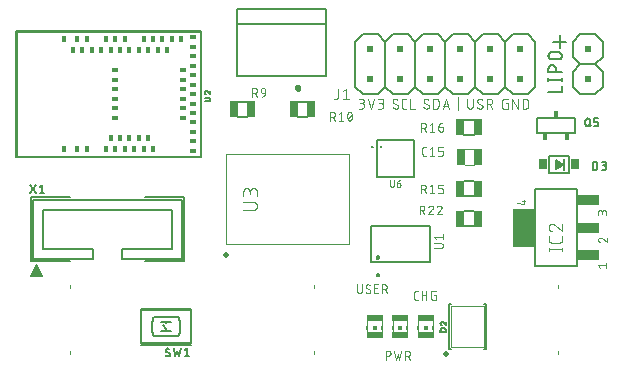
<source format=gto>
G04 EAGLE Gerber RS-274X export*
G75*
%MOMM*%
%FSLAX34Y34*%
%LPD*%
%INTop Silkscreen*%
%IPPOS*%
%AMOC8*
5,1,8,0,0,1.08239X$1,22.5*%
G01*
%ADD10C,0.152400*%
%ADD11C,0.076200*%
%ADD12R,0.508000X0.508000*%
%ADD13C,0.127000*%
%ADD14C,0.101600*%
%ADD15R,0.150000X0.300000*%
%ADD16R,0.300000X0.300000*%
%ADD17R,1.350000X0.600000*%
%ADD18C,0.300000*%
%ADD19C,0.200000*%
%ADD20C,0.500000*%
%ADD21C,0.120000*%
%ADD22C,0.025400*%
%ADD23R,0.400000X0.600000*%
%ADD24R,0.600000X0.400000*%
%ADD25C,0.203200*%
%ADD26R,0.650000X1.400000*%
%ADD27C,0.177800*%
%ADD28C,0.508000*%
%ADD29C,0.050800*%
%ADD30C,0.100000*%
%ADD31R,0.750100X1.450100*%
%ADD32R,0.750000X0.850000*%
%ADD33R,0.200000X1.000000*%
%ADD34R,0.457200X0.584200*%
%ADD35R,1.854200X3.200400*%
%ADD36R,1.854200X0.863600*%

G36*
X21298Y80033D02*
X21298Y80033D01*
X21397Y80047D01*
X21408Y80053D01*
X21421Y80055D01*
X21507Y80106D01*
X21594Y80153D01*
X21603Y80163D01*
X21614Y80170D01*
X21677Y80247D01*
X21743Y80322D01*
X21747Y80334D01*
X21755Y80344D01*
X21787Y80438D01*
X21823Y80531D01*
X21823Y80544D01*
X21827Y80556D01*
X21824Y80655D01*
X21825Y80755D01*
X21821Y80769D01*
X21821Y80781D01*
X21803Y80824D01*
X21767Y80934D01*
X16767Y90934D01*
X16741Y90969D01*
X16722Y91010D01*
X16674Y91059D01*
X16633Y91113D01*
X16596Y91138D01*
X16564Y91169D01*
X16502Y91198D01*
X16445Y91235D01*
X16401Y91245D01*
X16361Y91264D01*
X16293Y91269D01*
X16226Y91284D01*
X16181Y91278D01*
X16137Y91281D01*
X16071Y91262D01*
X16003Y91253D01*
X15964Y91232D01*
X15921Y91220D01*
X15866Y91179D01*
X15806Y91147D01*
X15776Y91113D01*
X15740Y91087D01*
X15691Y91016D01*
X15657Y90978D01*
X15649Y90957D01*
X15633Y90934D01*
X10633Y80934D01*
X10605Y80838D01*
X10573Y80744D01*
X10573Y80731D01*
X10569Y80718D01*
X10576Y80619D01*
X10579Y80519D01*
X10584Y80508D01*
X10585Y80495D01*
X10626Y80404D01*
X10664Y80312D01*
X10672Y80302D01*
X10678Y80290D01*
X10748Y80219D01*
X10815Y80146D01*
X10827Y80140D01*
X10836Y80131D01*
X10926Y80089D01*
X11015Y80043D01*
X11029Y80041D01*
X11039Y80036D01*
X11086Y80033D01*
X11200Y80016D01*
X21200Y80016D01*
X21298Y80033D01*
G37*
G36*
X456515Y172253D02*
X456515Y172253D01*
X456586Y172251D01*
X456656Y172270D01*
X456727Y172278D01*
X456782Y172303D01*
X456861Y172323D01*
X456964Y172384D01*
X457033Y172415D01*
X460033Y174415D01*
X460120Y174492D01*
X460210Y174565D01*
X460225Y174587D01*
X460245Y174605D01*
X460307Y174702D01*
X460374Y174797D01*
X460382Y174823D01*
X460397Y174845D01*
X460429Y174956D01*
X460467Y175066D01*
X460468Y175093D01*
X460475Y175118D01*
X460475Y175234D01*
X460481Y175350D01*
X460475Y175376D01*
X460475Y175403D01*
X460443Y175514D01*
X460417Y175627D01*
X460404Y175650D01*
X460396Y175676D01*
X460334Y175774D01*
X460278Y175875D01*
X460260Y175891D01*
X460245Y175916D01*
X460037Y176101D01*
X460033Y176105D01*
X457033Y178105D01*
X456969Y178136D01*
X456909Y178176D01*
X456841Y178197D01*
X456777Y178228D01*
X456706Y178240D01*
X456638Y178261D01*
X456567Y178263D01*
X456497Y178275D01*
X456425Y178267D01*
X456354Y178269D01*
X456285Y178251D01*
X456214Y178242D01*
X456148Y178215D01*
X456079Y178197D01*
X456018Y178160D01*
X455952Y178133D01*
X455896Y178088D01*
X455834Y178052D01*
X455785Y178000D01*
X455730Y177955D01*
X455689Y177897D01*
X455640Y177844D01*
X455607Y177781D01*
X455566Y177723D01*
X455543Y177655D01*
X455510Y177591D01*
X455500Y177532D01*
X455473Y177454D01*
X455467Y177335D01*
X455455Y177260D01*
X455455Y173260D01*
X455465Y173189D01*
X455465Y173117D01*
X455485Y173049D01*
X455495Y172979D01*
X455524Y172913D01*
X455544Y172844D01*
X455582Y172784D01*
X455611Y172719D01*
X455657Y172664D01*
X455695Y172604D01*
X455749Y172556D01*
X455795Y172502D01*
X455854Y172462D01*
X455908Y172415D01*
X455972Y172384D01*
X456031Y172345D01*
X456100Y172323D01*
X456164Y172292D01*
X456234Y172280D01*
X456302Y172259D01*
X456374Y172257D01*
X456445Y172245D01*
X456515Y172253D01*
G37*
D10*
X459006Y273812D02*
X459006Y284649D01*
X464425Y279231D02*
X453588Y279231D01*
D11*
X290999Y222631D02*
X288671Y222631D01*
X290999Y222631D02*
X291094Y222633D01*
X291189Y222639D01*
X291283Y222648D01*
X291377Y222662D01*
X291471Y222679D01*
X291563Y222700D01*
X291655Y222725D01*
X291745Y222754D01*
X291835Y222786D01*
X291923Y222822D01*
X292009Y222862D01*
X292094Y222904D01*
X292177Y222951D01*
X292258Y223001D01*
X292336Y223054D01*
X292413Y223110D01*
X292487Y223169D01*
X292559Y223231D01*
X292628Y223296D01*
X292695Y223364D01*
X292758Y223434D01*
X292819Y223508D01*
X292877Y223583D01*
X292931Y223661D01*
X292983Y223741D01*
X293031Y223823D01*
X293075Y223906D01*
X293117Y223992D01*
X293154Y224079D01*
X293188Y224168D01*
X293219Y224258D01*
X293246Y224349D01*
X293269Y224441D01*
X293288Y224534D01*
X293303Y224628D01*
X293315Y224722D01*
X293323Y224817D01*
X293327Y224912D01*
X293327Y225006D01*
X293323Y225101D01*
X293315Y225196D01*
X293303Y225290D01*
X293288Y225384D01*
X293269Y225477D01*
X293246Y225569D01*
X293219Y225660D01*
X293188Y225750D01*
X293154Y225839D01*
X293117Y225926D01*
X293075Y226012D01*
X293031Y226095D01*
X292983Y226177D01*
X292931Y226257D01*
X292877Y226335D01*
X292819Y226410D01*
X292758Y226484D01*
X292695Y226554D01*
X292628Y226622D01*
X292559Y226687D01*
X292487Y226749D01*
X292413Y226808D01*
X292336Y226864D01*
X292258Y226917D01*
X292177Y226967D01*
X292094Y227014D01*
X292009Y227056D01*
X291923Y227096D01*
X291835Y227132D01*
X291745Y227164D01*
X291655Y227193D01*
X291563Y227218D01*
X291471Y227239D01*
X291377Y227256D01*
X291283Y227270D01*
X291189Y227279D01*
X291094Y227285D01*
X290999Y227287D01*
X291465Y231013D02*
X288671Y231013D01*
X291465Y231013D02*
X291550Y231011D01*
X291634Y231005D01*
X291719Y230996D01*
X291802Y230982D01*
X291885Y230965D01*
X291968Y230944D01*
X292049Y230919D01*
X292129Y230891D01*
X292207Y230859D01*
X292284Y230823D01*
X292360Y230784D01*
X292433Y230742D01*
X292504Y230696D01*
X292574Y230647D01*
X292641Y230595D01*
X292705Y230540D01*
X292767Y230482D01*
X292827Y230422D01*
X292883Y230358D01*
X292937Y230293D01*
X292987Y230224D01*
X293034Y230154D01*
X293078Y230082D01*
X293119Y230007D01*
X293156Y229931D01*
X293190Y229853D01*
X293220Y229774D01*
X293247Y229693D01*
X293270Y229612D01*
X293289Y229529D01*
X293304Y229446D01*
X293316Y229362D01*
X293324Y229277D01*
X293328Y229192D01*
X293328Y229108D01*
X293324Y229023D01*
X293316Y228938D01*
X293304Y228854D01*
X293289Y228771D01*
X293270Y228688D01*
X293247Y228607D01*
X293220Y228526D01*
X293190Y228447D01*
X293156Y228369D01*
X293119Y228293D01*
X293078Y228219D01*
X293034Y228146D01*
X292987Y228076D01*
X292937Y228007D01*
X292883Y227942D01*
X292827Y227878D01*
X292767Y227818D01*
X292705Y227760D01*
X292641Y227705D01*
X292574Y227653D01*
X292504Y227604D01*
X292433Y227558D01*
X292360Y227516D01*
X292284Y227477D01*
X292207Y227441D01*
X292129Y227409D01*
X292049Y227381D01*
X291968Y227356D01*
X291885Y227335D01*
X291802Y227318D01*
X291719Y227304D01*
X291634Y227295D01*
X291550Y227289D01*
X291465Y227287D01*
X291465Y227288D02*
X289602Y227288D01*
X296435Y231013D02*
X299229Y222631D01*
X302023Y231013D01*
X305130Y222631D02*
X307458Y222631D01*
X307553Y222633D01*
X307648Y222639D01*
X307742Y222648D01*
X307836Y222662D01*
X307930Y222679D01*
X308022Y222700D01*
X308114Y222725D01*
X308204Y222754D01*
X308294Y222786D01*
X308382Y222822D01*
X308468Y222862D01*
X308553Y222904D01*
X308636Y222951D01*
X308717Y223001D01*
X308795Y223054D01*
X308872Y223110D01*
X308946Y223169D01*
X309018Y223231D01*
X309087Y223296D01*
X309154Y223364D01*
X309217Y223434D01*
X309278Y223508D01*
X309336Y223583D01*
X309390Y223661D01*
X309442Y223741D01*
X309490Y223823D01*
X309534Y223906D01*
X309576Y223992D01*
X309613Y224079D01*
X309647Y224168D01*
X309678Y224258D01*
X309705Y224349D01*
X309728Y224441D01*
X309747Y224534D01*
X309762Y224628D01*
X309774Y224722D01*
X309782Y224817D01*
X309786Y224912D01*
X309786Y225006D01*
X309782Y225101D01*
X309774Y225196D01*
X309762Y225290D01*
X309747Y225384D01*
X309728Y225477D01*
X309705Y225569D01*
X309678Y225660D01*
X309647Y225750D01*
X309613Y225839D01*
X309576Y225926D01*
X309534Y226012D01*
X309490Y226095D01*
X309442Y226177D01*
X309390Y226257D01*
X309336Y226335D01*
X309278Y226410D01*
X309217Y226484D01*
X309154Y226554D01*
X309087Y226622D01*
X309018Y226687D01*
X308946Y226749D01*
X308872Y226808D01*
X308795Y226864D01*
X308717Y226917D01*
X308636Y226967D01*
X308553Y227014D01*
X308468Y227056D01*
X308382Y227096D01*
X308294Y227132D01*
X308204Y227164D01*
X308114Y227193D01*
X308022Y227218D01*
X307930Y227239D01*
X307836Y227256D01*
X307742Y227270D01*
X307648Y227279D01*
X307553Y227285D01*
X307458Y227287D01*
X307924Y231013D02*
X305130Y231013D01*
X307924Y231013D02*
X308009Y231011D01*
X308093Y231005D01*
X308178Y230996D01*
X308261Y230982D01*
X308344Y230965D01*
X308427Y230944D01*
X308508Y230919D01*
X308588Y230891D01*
X308666Y230859D01*
X308743Y230823D01*
X308819Y230784D01*
X308892Y230742D01*
X308963Y230696D01*
X309033Y230647D01*
X309100Y230595D01*
X309164Y230540D01*
X309226Y230482D01*
X309286Y230422D01*
X309342Y230358D01*
X309396Y230293D01*
X309446Y230224D01*
X309493Y230154D01*
X309537Y230082D01*
X309578Y230007D01*
X309615Y229931D01*
X309649Y229853D01*
X309679Y229774D01*
X309706Y229693D01*
X309729Y229612D01*
X309748Y229529D01*
X309763Y229446D01*
X309775Y229362D01*
X309783Y229277D01*
X309787Y229192D01*
X309787Y229108D01*
X309783Y229023D01*
X309775Y228938D01*
X309763Y228854D01*
X309748Y228771D01*
X309729Y228688D01*
X309706Y228607D01*
X309679Y228526D01*
X309649Y228447D01*
X309615Y228369D01*
X309578Y228293D01*
X309537Y228219D01*
X309493Y228146D01*
X309446Y228076D01*
X309396Y228007D01*
X309342Y227942D01*
X309286Y227878D01*
X309226Y227818D01*
X309164Y227760D01*
X309100Y227705D01*
X309033Y227653D01*
X308963Y227604D01*
X308892Y227558D01*
X308819Y227516D01*
X308743Y227477D01*
X308666Y227441D01*
X308588Y227409D01*
X308508Y227381D01*
X308427Y227356D01*
X308344Y227335D01*
X308261Y227318D01*
X308178Y227304D01*
X308093Y227295D01*
X308009Y227289D01*
X307924Y227287D01*
X307924Y227288D02*
X306061Y227288D01*
X320269Y222631D02*
X320355Y222633D01*
X320441Y222639D01*
X320526Y222649D01*
X320611Y222663D01*
X320696Y222680D01*
X320779Y222702D01*
X320861Y222728D01*
X320942Y222757D01*
X321022Y222790D01*
X321099Y222826D01*
X321176Y222866D01*
X321250Y222910D01*
X321322Y222957D01*
X321392Y223007D01*
X321459Y223061D01*
X321524Y223117D01*
X321586Y223177D01*
X321646Y223239D01*
X321702Y223304D01*
X321756Y223371D01*
X321806Y223441D01*
X321853Y223513D01*
X321897Y223587D01*
X321937Y223664D01*
X321973Y223742D01*
X322006Y223821D01*
X322035Y223902D01*
X322061Y223984D01*
X322083Y224067D01*
X322100Y224152D01*
X322114Y224237D01*
X322124Y224322D01*
X322130Y224408D01*
X322132Y224494D01*
X320269Y222631D02*
X320145Y222633D01*
X320021Y222639D01*
X319897Y222649D01*
X319773Y222662D01*
X319650Y222680D01*
X319528Y222701D01*
X319406Y222727D01*
X319285Y222756D01*
X319165Y222789D01*
X319047Y222826D01*
X318929Y222866D01*
X318813Y222910D01*
X318698Y222958D01*
X318585Y223009D01*
X318474Y223064D01*
X318364Y223123D01*
X318256Y223185D01*
X318150Y223250D01*
X318047Y223319D01*
X317945Y223390D01*
X317846Y223465D01*
X317750Y223543D01*
X317655Y223624D01*
X317564Y223708D01*
X317475Y223795D01*
X317707Y229150D02*
X317709Y229234D01*
X317714Y229317D01*
X317724Y229400D01*
X317737Y229483D01*
X317754Y229565D01*
X317774Y229646D01*
X317798Y229726D01*
X317826Y229805D01*
X317857Y229882D01*
X317891Y229958D01*
X317929Y230033D01*
X317971Y230106D01*
X318015Y230176D01*
X318063Y230245D01*
X318113Y230312D01*
X318167Y230376D01*
X318223Y230437D01*
X318283Y230497D01*
X318344Y230553D01*
X318408Y230607D01*
X318475Y230657D01*
X318544Y230705D01*
X318614Y230749D01*
X318687Y230791D01*
X318762Y230829D01*
X318838Y230863D01*
X318915Y230894D01*
X318994Y230922D01*
X319074Y230946D01*
X319155Y230966D01*
X319237Y230983D01*
X319320Y230996D01*
X319403Y231006D01*
X319486Y231011D01*
X319570Y231013D01*
X319570Y231014D02*
X319682Y231012D01*
X319795Y231007D01*
X319907Y230998D01*
X320018Y230985D01*
X320130Y230969D01*
X320240Y230949D01*
X320350Y230926D01*
X320459Y230899D01*
X320567Y230869D01*
X320675Y230835D01*
X320781Y230798D01*
X320885Y230757D01*
X320989Y230713D01*
X321091Y230666D01*
X321191Y230615D01*
X321290Y230561D01*
X321387Y230504D01*
X321482Y230444D01*
X321575Y230381D01*
X321666Y230315D01*
X318638Y227520D02*
X318566Y227565D01*
X318495Y227613D01*
X318427Y227665D01*
X318361Y227719D01*
X318298Y227776D01*
X318237Y227836D01*
X318179Y227899D01*
X318124Y227965D01*
X318072Y228032D01*
X318024Y228102D01*
X317978Y228174D01*
X317936Y228249D01*
X317897Y228325D01*
X317861Y228402D01*
X317829Y228481D01*
X317801Y228562D01*
X317776Y228644D01*
X317755Y228727D01*
X317738Y228810D01*
X317724Y228895D01*
X317715Y228979D01*
X317709Y229065D01*
X317707Y229150D01*
X321200Y226124D02*
X321272Y226079D01*
X321343Y226031D01*
X321411Y225979D01*
X321477Y225925D01*
X321540Y225868D01*
X321601Y225808D01*
X321659Y225745D01*
X321714Y225679D01*
X321766Y225612D01*
X321814Y225542D01*
X321860Y225470D01*
X321902Y225395D01*
X321941Y225319D01*
X321977Y225242D01*
X322009Y225163D01*
X322037Y225082D01*
X322062Y225000D01*
X322083Y224917D01*
X322100Y224834D01*
X322114Y224749D01*
X322123Y224665D01*
X322129Y224579D01*
X322131Y224494D01*
X321200Y226124D02*
X318639Y227521D01*
X327268Y222631D02*
X329131Y222631D01*
X327268Y222631D02*
X327184Y222633D01*
X327101Y222638D01*
X327018Y222648D01*
X326935Y222661D01*
X326853Y222678D01*
X326772Y222698D01*
X326692Y222722D01*
X326613Y222750D01*
X326536Y222781D01*
X326460Y222815D01*
X326385Y222853D01*
X326312Y222895D01*
X326242Y222939D01*
X326173Y222987D01*
X326106Y223037D01*
X326042Y223091D01*
X325981Y223147D01*
X325921Y223207D01*
X325865Y223268D01*
X325811Y223332D01*
X325761Y223399D01*
X325713Y223468D01*
X325669Y223538D01*
X325627Y223611D01*
X325589Y223686D01*
X325555Y223762D01*
X325524Y223839D01*
X325496Y223918D01*
X325472Y223998D01*
X325452Y224079D01*
X325435Y224161D01*
X325422Y224244D01*
X325412Y224327D01*
X325407Y224410D01*
X325405Y224494D01*
X325405Y229150D01*
X325407Y229236D01*
X325413Y229322D01*
X325423Y229407D01*
X325437Y229492D01*
X325454Y229577D01*
X325476Y229660D01*
X325502Y229742D01*
X325531Y229823D01*
X325564Y229902D01*
X325600Y229980D01*
X325640Y230057D01*
X325684Y230131D01*
X325731Y230203D01*
X325781Y230273D01*
X325835Y230340D01*
X325891Y230405D01*
X325951Y230467D01*
X326013Y230527D01*
X326078Y230583D01*
X326145Y230637D01*
X326215Y230687D01*
X326287Y230734D01*
X326361Y230778D01*
X326438Y230818D01*
X326515Y230854D01*
X326595Y230887D01*
X326676Y230916D01*
X326758Y230942D01*
X326841Y230964D01*
X326926Y230981D01*
X327011Y230995D01*
X327096Y231005D01*
X327182Y231011D01*
X327268Y231013D01*
X329131Y231013D01*
X332579Y231013D02*
X332579Y222631D01*
X336304Y222631D01*
X346329Y222631D02*
X346415Y222633D01*
X346501Y222639D01*
X346586Y222649D01*
X346671Y222663D01*
X346756Y222680D01*
X346839Y222702D01*
X346921Y222728D01*
X347002Y222757D01*
X347082Y222790D01*
X347159Y222826D01*
X347236Y222866D01*
X347310Y222910D01*
X347382Y222957D01*
X347452Y223007D01*
X347519Y223061D01*
X347584Y223117D01*
X347646Y223177D01*
X347706Y223239D01*
X347762Y223304D01*
X347816Y223371D01*
X347866Y223441D01*
X347913Y223513D01*
X347957Y223587D01*
X347997Y223664D01*
X348033Y223742D01*
X348066Y223821D01*
X348095Y223902D01*
X348121Y223984D01*
X348143Y224067D01*
X348160Y224152D01*
X348174Y224237D01*
X348184Y224322D01*
X348190Y224408D01*
X348192Y224494D01*
X346329Y222631D02*
X346205Y222633D01*
X346081Y222639D01*
X345957Y222649D01*
X345833Y222662D01*
X345710Y222680D01*
X345588Y222701D01*
X345466Y222727D01*
X345345Y222756D01*
X345225Y222789D01*
X345107Y222826D01*
X344989Y222866D01*
X344873Y222910D01*
X344758Y222958D01*
X344645Y223009D01*
X344534Y223064D01*
X344424Y223123D01*
X344316Y223185D01*
X344210Y223250D01*
X344107Y223319D01*
X344005Y223390D01*
X343906Y223465D01*
X343810Y223543D01*
X343715Y223624D01*
X343624Y223708D01*
X343535Y223795D01*
X343767Y229150D02*
X343769Y229234D01*
X343774Y229317D01*
X343784Y229400D01*
X343797Y229483D01*
X343814Y229565D01*
X343834Y229646D01*
X343858Y229726D01*
X343886Y229805D01*
X343917Y229882D01*
X343951Y229958D01*
X343989Y230033D01*
X344031Y230106D01*
X344075Y230176D01*
X344123Y230245D01*
X344173Y230312D01*
X344227Y230376D01*
X344283Y230437D01*
X344343Y230497D01*
X344404Y230553D01*
X344468Y230607D01*
X344535Y230657D01*
X344604Y230705D01*
X344674Y230749D01*
X344747Y230791D01*
X344822Y230829D01*
X344898Y230863D01*
X344975Y230894D01*
X345054Y230922D01*
X345134Y230946D01*
X345215Y230966D01*
X345297Y230983D01*
X345380Y230996D01*
X345463Y231006D01*
X345546Y231011D01*
X345630Y231013D01*
X345630Y231014D02*
X345742Y231012D01*
X345855Y231007D01*
X345967Y230998D01*
X346078Y230985D01*
X346190Y230969D01*
X346300Y230949D01*
X346410Y230926D01*
X346519Y230899D01*
X346627Y230869D01*
X346735Y230835D01*
X346841Y230798D01*
X346945Y230757D01*
X347049Y230713D01*
X347151Y230666D01*
X347251Y230615D01*
X347350Y230561D01*
X347447Y230504D01*
X347542Y230444D01*
X347635Y230381D01*
X347726Y230315D01*
X344698Y227520D02*
X344626Y227565D01*
X344555Y227613D01*
X344487Y227665D01*
X344421Y227719D01*
X344358Y227776D01*
X344297Y227836D01*
X344239Y227899D01*
X344184Y227965D01*
X344132Y228032D01*
X344084Y228102D01*
X344038Y228174D01*
X343996Y228249D01*
X343957Y228325D01*
X343921Y228402D01*
X343889Y228481D01*
X343861Y228562D01*
X343836Y228644D01*
X343815Y228727D01*
X343798Y228810D01*
X343784Y228895D01*
X343775Y228979D01*
X343769Y229065D01*
X343767Y229150D01*
X347261Y226124D02*
X347333Y226079D01*
X347404Y226031D01*
X347472Y225979D01*
X347538Y225925D01*
X347601Y225868D01*
X347662Y225808D01*
X347720Y225745D01*
X347775Y225679D01*
X347827Y225612D01*
X347875Y225542D01*
X347921Y225470D01*
X347963Y225395D01*
X348002Y225319D01*
X348038Y225242D01*
X348070Y225163D01*
X348098Y225082D01*
X348123Y225000D01*
X348144Y224917D01*
X348161Y224834D01*
X348175Y224749D01*
X348184Y224665D01*
X348190Y224579D01*
X348192Y224494D01*
X347260Y226124D02*
X344699Y227521D01*
X351765Y231013D02*
X351765Y222631D01*
X351765Y231013D02*
X354093Y231013D01*
X354187Y231011D01*
X354280Y231005D01*
X354374Y230996D01*
X354466Y230983D01*
X354559Y230966D01*
X354650Y230945D01*
X354741Y230921D01*
X354830Y230893D01*
X354919Y230862D01*
X355005Y230827D01*
X355091Y230788D01*
X355175Y230746D01*
X355257Y230701D01*
X355337Y230653D01*
X355415Y230601D01*
X355492Y230546D01*
X355565Y230488D01*
X355637Y230428D01*
X355706Y230364D01*
X355772Y230298D01*
X355836Y230229D01*
X355896Y230157D01*
X355954Y230084D01*
X356009Y230007D01*
X356061Y229929D01*
X356109Y229849D01*
X356154Y229767D01*
X356196Y229683D01*
X356235Y229597D01*
X356270Y229511D01*
X356301Y229422D01*
X356329Y229333D01*
X356353Y229242D01*
X356374Y229151D01*
X356391Y229058D01*
X356404Y228966D01*
X356413Y228872D01*
X356419Y228779D01*
X356421Y228685D01*
X356421Y224959D01*
X356419Y224865D01*
X356413Y224772D01*
X356404Y224678D01*
X356391Y224586D01*
X356374Y224493D01*
X356353Y224402D01*
X356329Y224311D01*
X356301Y224222D01*
X356270Y224133D01*
X356235Y224047D01*
X356196Y223961D01*
X356154Y223877D01*
X356109Y223795D01*
X356061Y223715D01*
X356009Y223637D01*
X355954Y223560D01*
X355896Y223487D01*
X355836Y223415D01*
X355772Y223346D01*
X355706Y223280D01*
X355637Y223216D01*
X355565Y223156D01*
X355492Y223098D01*
X355415Y223043D01*
X355337Y222991D01*
X355257Y222943D01*
X355175Y222898D01*
X355091Y222856D01*
X355005Y222817D01*
X354919Y222782D01*
X354830Y222751D01*
X354741Y222723D01*
X354650Y222699D01*
X354559Y222678D01*
X354466Y222661D01*
X354374Y222648D01*
X354280Y222639D01*
X354187Y222633D01*
X354093Y222631D01*
X351765Y222631D01*
X359803Y222631D02*
X362597Y231013D01*
X365391Y222631D01*
X364692Y224727D02*
X360501Y224727D01*
X372747Y221234D02*
X372747Y232410D01*
X380842Y231013D02*
X380842Y224959D01*
X380843Y224959D02*
X380845Y224864D01*
X380851Y224769D01*
X380860Y224675D01*
X380874Y224581D01*
X380891Y224487D01*
X380912Y224395D01*
X380937Y224303D01*
X380966Y224213D01*
X380998Y224123D01*
X381034Y224035D01*
X381074Y223949D01*
X381116Y223864D01*
X381163Y223781D01*
X381213Y223700D01*
X381266Y223622D01*
X381322Y223545D01*
X381381Y223471D01*
X381443Y223399D01*
X381508Y223330D01*
X381576Y223263D01*
X381646Y223200D01*
X381720Y223139D01*
X381795Y223081D01*
X381873Y223027D01*
X381953Y222975D01*
X382035Y222927D01*
X382118Y222883D01*
X382204Y222841D01*
X382291Y222804D01*
X382380Y222770D01*
X382470Y222739D01*
X382561Y222712D01*
X382653Y222689D01*
X382746Y222670D01*
X382840Y222655D01*
X382934Y222643D01*
X383029Y222635D01*
X383124Y222631D01*
X383218Y222631D01*
X383313Y222635D01*
X383408Y222643D01*
X383502Y222655D01*
X383596Y222670D01*
X383689Y222689D01*
X383781Y222712D01*
X383872Y222739D01*
X383962Y222770D01*
X384051Y222804D01*
X384138Y222841D01*
X384224Y222883D01*
X384307Y222927D01*
X384389Y222975D01*
X384469Y223027D01*
X384547Y223081D01*
X384622Y223139D01*
X384696Y223200D01*
X384766Y223263D01*
X384834Y223330D01*
X384899Y223399D01*
X384961Y223471D01*
X385020Y223545D01*
X385076Y223622D01*
X385129Y223700D01*
X385179Y223781D01*
X385226Y223864D01*
X385268Y223949D01*
X385308Y224035D01*
X385344Y224123D01*
X385376Y224213D01*
X385405Y224303D01*
X385430Y224395D01*
X385451Y224487D01*
X385468Y224581D01*
X385482Y224675D01*
X385491Y224769D01*
X385497Y224864D01*
X385499Y224959D01*
X385499Y231013D01*
X393729Y224494D02*
X393727Y224408D01*
X393721Y224322D01*
X393711Y224237D01*
X393697Y224152D01*
X393680Y224067D01*
X393658Y223984D01*
X393632Y223902D01*
X393603Y223821D01*
X393570Y223742D01*
X393534Y223664D01*
X393494Y223587D01*
X393450Y223513D01*
X393403Y223441D01*
X393353Y223371D01*
X393299Y223304D01*
X393243Y223239D01*
X393183Y223177D01*
X393121Y223117D01*
X393056Y223061D01*
X392989Y223007D01*
X392919Y222957D01*
X392847Y222910D01*
X392773Y222866D01*
X392696Y222826D01*
X392619Y222790D01*
X392539Y222757D01*
X392458Y222728D01*
X392376Y222702D01*
X392293Y222680D01*
X392208Y222663D01*
X392123Y222649D01*
X392038Y222639D01*
X391952Y222633D01*
X391866Y222631D01*
X391742Y222633D01*
X391618Y222639D01*
X391494Y222649D01*
X391370Y222662D01*
X391247Y222680D01*
X391125Y222701D01*
X391003Y222727D01*
X390882Y222756D01*
X390762Y222789D01*
X390644Y222826D01*
X390526Y222866D01*
X390410Y222910D01*
X390295Y222958D01*
X390182Y223009D01*
X390071Y223064D01*
X389961Y223123D01*
X389853Y223185D01*
X389747Y223250D01*
X389644Y223319D01*
X389542Y223390D01*
X389443Y223465D01*
X389347Y223543D01*
X389252Y223624D01*
X389161Y223708D01*
X389072Y223795D01*
X389304Y229150D02*
X389306Y229234D01*
X389311Y229317D01*
X389321Y229400D01*
X389334Y229483D01*
X389351Y229565D01*
X389371Y229646D01*
X389395Y229726D01*
X389423Y229805D01*
X389454Y229882D01*
X389488Y229958D01*
X389526Y230033D01*
X389568Y230106D01*
X389612Y230176D01*
X389660Y230245D01*
X389710Y230312D01*
X389764Y230376D01*
X389820Y230437D01*
X389880Y230497D01*
X389941Y230553D01*
X390005Y230607D01*
X390072Y230657D01*
X390141Y230705D01*
X390211Y230749D01*
X390284Y230791D01*
X390359Y230829D01*
X390435Y230863D01*
X390512Y230894D01*
X390591Y230922D01*
X390671Y230946D01*
X390752Y230966D01*
X390834Y230983D01*
X390917Y230996D01*
X391000Y231006D01*
X391083Y231011D01*
X391167Y231013D01*
X391167Y231014D02*
X391279Y231012D01*
X391392Y231007D01*
X391504Y230998D01*
X391615Y230985D01*
X391727Y230969D01*
X391837Y230949D01*
X391947Y230926D01*
X392056Y230899D01*
X392164Y230869D01*
X392272Y230835D01*
X392378Y230798D01*
X392482Y230757D01*
X392586Y230713D01*
X392688Y230666D01*
X392788Y230615D01*
X392887Y230561D01*
X392984Y230504D01*
X393079Y230444D01*
X393172Y230381D01*
X393263Y230315D01*
X390235Y227520D02*
X390163Y227565D01*
X390092Y227613D01*
X390024Y227665D01*
X389958Y227719D01*
X389895Y227776D01*
X389834Y227836D01*
X389776Y227899D01*
X389721Y227965D01*
X389669Y228032D01*
X389621Y228102D01*
X389575Y228174D01*
X389533Y228249D01*
X389494Y228325D01*
X389458Y228402D01*
X389426Y228481D01*
X389398Y228562D01*
X389373Y228644D01*
X389352Y228727D01*
X389335Y228810D01*
X389321Y228895D01*
X389312Y228979D01*
X389306Y229065D01*
X389304Y229150D01*
X392798Y226124D02*
X392870Y226079D01*
X392941Y226031D01*
X393009Y225979D01*
X393075Y225925D01*
X393138Y225868D01*
X393199Y225808D01*
X393257Y225745D01*
X393312Y225679D01*
X393364Y225612D01*
X393412Y225542D01*
X393458Y225470D01*
X393500Y225395D01*
X393539Y225319D01*
X393575Y225242D01*
X393607Y225163D01*
X393635Y225082D01*
X393660Y225000D01*
X393681Y224917D01*
X393698Y224834D01*
X393712Y224749D01*
X393721Y224665D01*
X393727Y224579D01*
X393729Y224494D01*
X392797Y226124D02*
X390236Y227521D01*
X397356Y231013D02*
X397356Y222631D01*
X397356Y231013D02*
X399684Y231013D01*
X399779Y231011D01*
X399874Y231005D01*
X399968Y230996D01*
X400062Y230982D01*
X400156Y230965D01*
X400248Y230944D01*
X400340Y230919D01*
X400430Y230890D01*
X400520Y230858D01*
X400608Y230822D01*
X400694Y230782D01*
X400779Y230740D01*
X400862Y230693D01*
X400943Y230643D01*
X401021Y230590D01*
X401098Y230534D01*
X401172Y230475D01*
X401244Y230413D01*
X401313Y230348D01*
X401380Y230280D01*
X401443Y230210D01*
X401504Y230136D01*
X401562Y230061D01*
X401616Y229983D01*
X401668Y229903D01*
X401716Y229821D01*
X401760Y229738D01*
X401802Y229652D01*
X401839Y229565D01*
X401873Y229476D01*
X401904Y229386D01*
X401931Y229295D01*
X401954Y229203D01*
X401973Y229110D01*
X401988Y229016D01*
X402000Y228922D01*
X402008Y228827D01*
X402012Y228732D01*
X402012Y228638D01*
X402008Y228543D01*
X402000Y228448D01*
X401988Y228354D01*
X401973Y228260D01*
X401954Y228167D01*
X401931Y228075D01*
X401904Y227984D01*
X401873Y227894D01*
X401839Y227805D01*
X401802Y227718D01*
X401760Y227632D01*
X401716Y227549D01*
X401668Y227467D01*
X401616Y227387D01*
X401562Y227309D01*
X401504Y227234D01*
X401443Y227160D01*
X401380Y227090D01*
X401313Y227022D01*
X401244Y226957D01*
X401172Y226895D01*
X401098Y226836D01*
X401021Y226780D01*
X400943Y226727D01*
X400862Y226677D01*
X400779Y226630D01*
X400694Y226588D01*
X400608Y226548D01*
X400520Y226512D01*
X400430Y226480D01*
X400340Y226451D01*
X400248Y226426D01*
X400156Y226405D01*
X400062Y226388D01*
X399968Y226374D01*
X399874Y226365D01*
X399779Y226359D01*
X399684Y226357D01*
X399684Y226356D02*
X397356Y226356D01*
X400150Y226356D02*
X402012Y222631D01*
X413454Y227288D02*
X414851Y227288D01*
X414851Y222631D01*
X412057Y222631D01*
X411973Y222633D01*
X411890Y222638D01*
X411807Y222648D01*
X411724Y222661D01*
X411642Y222678D01*
X411561Y222698D01*
X411481Y222722D01*
X411402Y222750D01*
X411325Y222781D01*
X411249Y222815D01*
X411174Y222853D01*
X411101Y222895D01*
X411031Y222939D01*
X410962Y222987D01*
X410895Y223037D01*
X410831Y223091D01*
X410770Y223147D01*
X410710Y223207D01*
X410654Y223268D01*
X410600Y223332D01*
X410550Y223399D01*
X410502Y223468D01*
X410458Y223538D01*
X410416Y223611D01*
X410378Y223686D01*
X410344Y223762D01*
X410313Y223839D01*
X410285Y223918D01*
X410261Y223998D01*
X410241Y224079D01*
X410224Y224161D01*
X410211Y224244D01*
X410201Y224327D01*
X410196Y224410D01*
X410194Y224494D01*
X410195Y224494D02*
X410195Y229150D01*
X410194Y229150D02*
X410196Y229236D01*
X410202Y229322D01*
X410212Y229407D01*
X410226Y229492D01*
X410243Y229577D01*
X410265Y229660D01*
X410291Y229742D01*
X410320Y229823D01*
X410353Y229902D01*
X410389Y229980D01*
X410429Y230057D01*
X410473Y230131D01*
X410520Y230203D01*
X410570Y230273D01*
X410624Y230340D01*
X410680Y230405D01*
X410740Y230467D01*
X410802Y230527D01*
X410867Y230583D01*
X410934Y230637D01*
X411004Y230687D01*
X411076Y230734D01*
X411150Y230778D01*
X411227Y230818D01*
X411304Y230854D01*
X411384Y230887D01*
X411465Y230916D01*
X411547Y230942D01*
X411630Y230964D01*
X411715Y230981D01*
X411800Y230995D01*
X411885Y231005D01*
X411971Y231011D01*
X412057Y231013D01*
X414851Y231013D01*
X418973Y231013D02*
X418973Y222631D01*
X423629Y222631D02*
X418973Y231013D01*
X423629Y231013D02*
X423629Y222631D01*
X427751Y222631D02*
X427751Y231013D01*
X430079Y231013D01*
X430173Y231011D01*
X430266Y231005D01*
X430360Y230996D01*
X430452Y230983D01*
X430545Y230966D01*
X430636Y230945D01*
X430727Y230921D01*
X430816Y230893D01*
X430905Y230862D01*
X430991Y230827D01*
X431077Y230788D01*
X431161Y230746D01*
X431243Y230701D01*
X431323Y230653D01*
X431401Y230601D01*
X431478Y230546D01*
X431551Y230488D01*
X431623Y230428D01*
X431692Y230364D01*
X431758Y230298D01*
X431822Y230229D01*
X431882Y230157D01*
X431940Y230084D01*
X431995Y230007D01*
X432047Y229929D01*
X432095Y229849D01*
X432140Y229767D01*
X432182Y229683D01*
X432221Y229597D01*
X432256Y229511D01*
X432287Y229422D01*
X432315Y229333D01*
X432339Y229242D01*
X432360Y229151D01*
X432377Y229058D01*
X432390Y228966D01*
X432399Y228872D01*
X432405Y228779D01*
X432407Y228685D01*
X432408Y228685D02*
X432408Y224959D01*
X432407Y224959D02*
X432405Y224865D01*
X432399Y224772D01*
X432390Y224678D01*
X432377Y224586D01*
X432360Y224493D01*
X432339Y224402D01*
X432315Y224311D01*
X432287Y224222D01*
X432256Y224133D01*
X432221Y224047D01*
X432182Y223961D01*
X432140Y223877D01*
X432095Y223795D01*
X432047Y223715D01*
X431995Y223637D01*
X431940Y223560D01*
X431882Y223487D01*
X431822Y223415D01*
X431758Y223346D01*
X431692Y223280D01*
X431623Y223216D01*
X431551Y223156D01*
X431478Y223098D01*
X431401Y223043D01*
X431323Y222991D01*
X431243Y222943D01*
X431161Y222898D01*
X431077Y222856D01*
X430991Y222817D01*
X430905Y222782D01*
X430816Y222751D01*
X430727Y222723D01*
X430636Y222699D01*
X430545Y222678D01*
X430452Y222661D01*
X430360Y222648D01*
X430266Y222639D01*
X430173Y222633D01*
X430079Y222631D01*
X427751Y222631D01*
D10*
X495300Y266700D02*
X495300Y279400D01*
X495300Y266700D02*
X488950Y260350D01*
X476250Y260350D01*
X469900Y266700D01*
X476250Y285750D02*
X488950Y285750D01*
X495300Y279400D01*
X476250Y285750D02*
X469900Y279400D01*
X469900Y266700D01*
X488950Y260350D02*
X495300Y254000D01*
X495300Y241300D01*
X488950Y234950D01*
X476250Y234950D01*
X469900Y241300D01*
X469900Y254000D01*
X476250Y260350D01*
D12*
X482600Y273050D03*
X482600Y247650D03*
D13*
X460883Y236499D02*
X449453Y236499D01*
X460883Y236499D02*
X460883Y241579D01*
X460883Y246888D02*
X449453Y246888D01*
X460883Y245618D02*
X460883Y248158D01*
X449453Y248158D02*
X449453Y245618D01*
X449453Y253429D02*
X460883Y253429D01*
X449453Y253429D02*
X449453Y256604D01*
X449455Y256715D01*
X449461Y256825D01*
X449470Y256936D01*
X449484Y257046D01*
X449501Y257155D01*
X449522Y257264D01*
X449547Y257372D01*
X449576Y257479D01*
X449608Y257585D01*
X449644Y257690D01*
X449684Y257793D01*
X449727Y257895D01*
X449774Y257996D01*
X449825Y258095D01*
X449878Y258192D01*
X449935Y258286D01*
X449996Y258379D01*
X450059Y258470D01*
X450126Y258559D01*
X450196Y258645D01*
X450269Y258728D01*
X450344Y258810D01*
X450422Y258888D01*
X450504Y258963D01*
X450587Y259036D01*
X450673Y259106D01*
X450762Y259173D01*
X450853Y259236D01*
X450946Y259297D01*
X451041Y259354D01*
X451137Y259407D01*
X451236Y259458D01*
X451337Y259505D01*
X451439Y259548D01*
X451542Y259588D01*
X451647Y259624D01*
X451753Y259656D01*
X451860Y259685D01*
X451968Y259710D01*
X452077Y259731D01*
X452186Y259748D01*
X452296Y259762D01*
X452407Y259771D01*
X452517Y259777D01*
X452628Y259779D01*
X452739Y259777D01*
X452849Y259771D01*
X452960Y259762D01*
X453070Y259748D01*
X453179Y259731D01*
X453288Y259710D01*
X453396Y259685D01*
X453503Y259656D01*
X453609Y259624D01*
X453714Y259588D01*
X453817Y259548D01*
X453919Y259505D01*
X454020Y259458D01*
X454119Y259407D01*
X454216Y259354D01*
X454310Y259297D01*
X454403Y259236D01*
X454494Y259173D01*
X454583Y259106D01*
X454669Y259036D01*
X454752Y258963D01*
X454834Y258888D01*
X454912Y258810D01*
X454987Y258728D01*
X455060Y258645D01*
X455130Y258559D01*
X455197Y258470D01*
X455260Y258379D01*
X455321Y258286D01*
X455378Y258192D01*
X455431Y258095D01*
X455482Y257996D01*
X455529Y257895D01*
X455572Y257793D01*
X455612Y257690D01*
X455648Y257585D01*
X455680Y257479D01*
X455709Y257372D01*
X455734Y257264D01*
X455755Y257155D01*
X455772Y257046D01*
X455786Y256936D01*
X455795Y256825D01*
X455801Y256715D01*
X455803Y256604D01*
X455803Y253429D01*
X457708Y264287D02*
X452628Y264287D01*
X452517Y264289D01*
X452407Y264295D01*
X452296Y264304D01*
X452186Y264318D01*
X452077Y264335D01*
X451968Y264356D01*
X451860Y264381D01*
X451753Y264410D01*
X451647Y264442D01*
X451542Y264478D01*
X451439Y264518D01*
X451337Y264561D01*
X451236Y264608D01*
X451137Y264659D01*
X451041Y264712D01*
X450946Y264769D01*
X450853Y264830D01*
X450762Y264893D01*
X450673Y264960D01*
X450587Y265030D01*
X450504Y265103D01*
X450422Y265178D01*
X450344Y265256D01*
X450269Y265338D01*
X450196Y265421D01*
X450126Y265507D01*
X450059Y265596D01*
X449996Y265687D01*
X449935Y265780D01*
X449878Y265875D01*
X449825Y265971D01*
X449774Y266070D01*
X449727Y266171D01*
X449684Y266273D01*
X449644Y266376D01*
X449608Y266481D01*
X449576Y266587D01*
X449547Y266694D01*
X449522Y266802D01*
X449501Y266911D01*
X449484Y267020D01*
X449470Y267130D01*
X449461Y267241D01*
X449455Y267351D01*
X449453Y267462D01*
X449455Y267573D01*
X449461Y267683D01*
X449470Y267794D01*
X449484Y267904D01*
X449501Y268013D01*
X449522Y268122D01*
X449547Y268230D01*
X449576Y268337D01*
X449608Y268443D01*
X449644Y268548D01*
X449684Y268651D01*
X449727Y268753D01*
X449774Y268854D01*
X449825Y268953D01*
X449878Y269050D01*
X449935Y269144D01*
X449996Y269237D01*
X450059Y269328D01*
X450126Y269417D01*
X450196Y269503D01*
X450269Y269586D01*
X450344Y269668D01*
X450422Y269746D01*
X450504Y269821D01*
X450587Y269894D01*
X450673Y269964D01*
X450762Y270031D01*
X450853Y270094D01*
X450946Y270155D01*
X451041Y270212D01*
X451137Y270265D01*
X451236Y270316D01*
X451337Y270363D01*
X451439Y270406D01*
X451542Y270446D01*
X451647Y270482D01*
X451753Y270514D01*
X451860Y270543D01*
X451968Y270568D01*
X452077Y270589D01*
X452186Y270606D01*
X452296Y270620D01*
X452407Y270629D01*
X452517Y270635D01*
X452628Y270637D01*
X457708Y270637D01*
X457819Y270635D01*
X457929Y270629D01*
X458040Y270620D01*
X458150Y270606D01*
X458259Y270589D01*
X458368Y270568D01*
X458476Y270543D01*
X458583Y270514D01*
X458689Y270482D01*
X458794Y270446D01*
X458897Y270406D01*
X458999Y270363D01*
X459100Y270316D01*
X459199Y270265D01*
X459296Y270212D01*
X459390Y270155D01*
X459483Y270094D01*
X459574Y270031D01*
X459663Y269964D01*
X459749Y269894D01*
X459832Y269821D01*
X459914Y269746D01*
X459992Y269668D01*
X460067Y269586D01*
X460140Y269503D01*
X460210Y269417D01*
X460277Y269328D01*
X460340Y269237D01*
X460401Y269144D01*
X460458Y269049D01*
X460511Y268953D01*
X460562Y268854D01*
X460609Y268753D01*
X460652Y268651D01*
X460692Y268548D01*
X460728Y268443D01*
X460760Y268337D01*
X460789Y268230D01*
X460814Y268122D01*
X460835Y268013D01*
X460852Y267904D01*
X460866Y267794D01*
X460875Y267683D01*
X460881Y267573D01*
X460883Y267462D01*
X460881Y267351D01*
X460875Y267241D01*
X460866Y267130D01*
X460852Y267020D01*
X460835Y266911D01*
X460814Y266802D01*
X460789Y266694D01*
X460760Y266587D01*
X460728Y266481D01*
X460692Y266376D01*
X460652Y266273D01*
X460609Y266171D01*
X460562Y266070D01*
X460511Y265971D01*
X460458Y265874D01*
X460401Y265780D01*
X460340Y265687D01*
X460277Y265596D01*
X460210Y265507D01*
X460140Y265421D01*
X460067Y265338D01*
X459992Y265256D01*
X459914Y265178D01*
X459832Y265103D01*
X459749Y265030D01*
X459663Y264960D01*
X459574Y264893D01*
X459483Y264830D01*
X459390Y264769D01*
X459296Y264712D01*
X459199Y264659D01*
X459100Y264608D01*
X458999Y264561D01*
X458897Y264518D01*
X458794Y264478D01*
X458689Y264442D01*
X458583Y264410D01*
X458476Y264381D01*
X458368Y264356D01*
X458259Y264335D01*
X458150Y264318D01*
X458040Y264304D01*
X457929Y264295D01*
X457819Y264289D01*
X457708Y264287D01*
D14*
X351690Y42600D02*
X351690Y33600D01*
X339190Y33600D02*
X339190Y42850D01*
D15*
X351440Y36600D03*
X339440Y36600D03*
D16*
X345440Y36600D03*
D17*
X345440Y30600D03*
X345440Y45600D03*
D11*
X338965Y60833D02*
X337328Y60833D01*
X337250Y60835D01*
X337172Y60840D01*
X337095Y60850D01*
X337018Y60863D01*
X336942Y60879D01*
X336867Y60899D01*
X336793Y60923D01*
X336720Y60950D01*
X336648Y60981D01*
X336578Y61015D01*
X336510Y61052D01*
X336443Y61093D01*
X336378Y61137D01*
X336316Y61183D01*
X336256Y61233D01*
X336198Y61285D01*
X336143Y61340D01*
X336091Y61398D01*
X336041Y61458D01*
X335995Y61520D01*
X335951Y61585D01*
X335910Y61652D01*
X335873Y61720D01*
X335839Y61790D01*
X335808Y61862D01*
X335781Y61935D01*
X335757Y62009D01*
X335737Y62084D01*
X335721Y62160D01*
X335708Y62237D01*
X335698Y62314D01*
X335693Y62392D01*
X335691Y62470D01*
X335691Y66562D01*
X335693Y66642D01*
X335699Y66722D01*
X335709Y66802D01*
X335722Y66881D01*
X335740Y66960D01*
X335761Y67037D01*
X335787Y67113D01*
X335816Y67188D01*
X335848Y67262D01*
X335884Y67334D01*
X335924Y67404D01*
X335967Y67471D01*
X336013Y67537D01*
X336063Y67600D01*
X336115Y67661D01*
X336170Y67720D01*
X336229Y67775D01*
X336289Y67827D01*
X336353Y67877D01*
X336419Y67923D01*
X336486Y67966D01*
X336556Y68006D01*
X336628Y68042D01*
X336702Y68074D01*
X336776Y68103D01*
X336853Y68129D01*
X336930Y68150D01*
X337009Y68168D01*
X337088Y68181D01*
X337168Y68191D01*
X337248Y68197D01*
X337328Y68199D01*
X338965Y68199D01*
X342054Y68199D02*
X342054Y60833D01*
X342054Y64925D02*
X346146Y64925D01*
X346146Y68199D02*
X346146Y60833D01*
X352721Y64925D02*
X353949Y64925D01*
X353949Y60833D01*
X351494Y60833D01*
X351416Y60835D01*
X351338Y60840D01*
X351261Y60850D01*
X351184Y60863D01*
X351108Y60879D01*
X351033Y60899D01*
X350959Y60923D01*
X350886Y60950D01*
X350814Y60981D01*
X350744Y61015D01*
X350676Y61052D01*
X350609Y61093D01*
X350544Y61137D01*
X350482Y61183D01*
X350422Y61233D01*
X350364Y61285D01*
X350309Y61340D01*
X350257Y61398D01*
X350207Y61458D01*
X350161Y61520D01*
X350117Y61585D01*
X350076Y61652D01*
X350039Y61720D01*
X350005Y61790D01*
X349974Y61862D01*
X349947Y61935D01*
X349923Y62009D01*
X349903Y62084D01*
X349887Y62160D01*
X349874Y62237D01*
X349864Y62314D01*
X349859Y62392D01*
X349857Y62470D01*
X349857Y66562D01*
X349859Y66642D01*
X349865Y66722D01*
X349875Y66802D01*
X349888Y66881D01*
X349906Y66960D01*
X349927Y67037D01*
X349953Y67113D01*
X349982Y67188D01*
X350014Y67262D01*
X350050Y67334D01*
X350090Y67404D01*
X350133Y67471D01*
X350179Y67537D01*
X350229Y67600D01*
X350281Y67661D01*
X350336Y67720D01*
X350395Y67775D01*
X350455Y67827D01*
X350519Y67877D01*
X350585Y67923D01*
X350652Y67966D01*
X350722Y68006D01*
X350794Y68042D01*
X350868Y68074D01*
X350942Y68103D01*
X351019Y68129D01*
X351096Y68150D01*
X351175Y68168D01*
X351254Y68181D01*
X351334Y68191D01*
X351414Y68197D01*
X351494Y68199D01*
X353949Y68199D01*
D13*
X261020Y250480D02*
X186020Y250480D01*
X186020Y293980D01*
X186020Y307090D01*
X261020Y307090D01*
X261020Y293980D01*
X261020Y250480D01*
X261020Y293980D02*
X186020Y293980D01*
X261020Y267730D02*
X261020Y264230D01*
X186020Y264230D02*
X186020Y267730D01*
X261020Y291230D02*
X261020Y293980D01*
X186020Y293980D01*
X186020Y291230D01*
X240720Y250480D02*
X241820Y250480D01*
X206320Y250480D02*
X205220Y250480D01*
D18*
X236520Y239730D02*
X236522Y239793D01*
X236528Y239855D01*
X236538Y239917D01*
X236551Y239979D01*
X236569Y240039D01*
X236590Y240098D01*
X236615Y240156D01*
X236644Y240212D01*
X236676Y240266D01*
X236711Y240318D01*
X236749Y240367D01*
X236791Y240415D01*
X236835Y240459D01*
X236883Y240501D01*
X236932Y240539D01*
X236984Y240574D01*
X237038Y240606D01*
X237094Y240635D01*
X237152Y240660D01*
X237211Y240681D01*
X237271Y240699D01*
X237333Y240712D01*
X237395Y240722D01*
X237457Y240728D01*
X237520Y240730D01*
X237583Y240728D01*
X237645Y240722D01*
X237707Y240712D01*
X237769Y240699D01*
X237829Y240681D01*
X237888Y240660D01*
X237946Y240635D01*
X238002Y240606D01*
X238056Y240574D01*
X238108Y240539D01*
X238157Y240501D01*
X238205Y240459D01*
X238249Y240415D01*
X238291Y240367D01*
X238329Y240318D01*
X238364Y240266D01*
X238396Y240212D01*
X238425Y240156D01*
X238450Y240098D01*
X238471Y240039D01*
X238489Y239979D01*
X238502Y239917D01*
X238512Y239855D01*
X238518Y239793D01*
X238520Y239730D01*
X238518Y239667D01*
X238512Y239605D01*
X238502Y239543D01*
X238489Y239481D01*
X238471Y239421D01*
X238450Y239362D01*
X238425Y239304D01*
X238396Y239248D01*
X238364Y239194D01*
X238329Y239142D01*
X238291Y239093D01*
X238249Y239045D01*
X238205Y239001D01*
X238157Y238959D01*
X238108Y238921D01*
X238056Y238886D01*
X238002Y238854D01*
X237946Y238825D01*
X237888Y238800D01*
X237829Y238779D01*
X237769Y238761D01*
X237707Y238748D01*
X237645Y238738D01*
X237583Y238732D01*
X237520Y238730D01*
X237457Y238732D01*
X237395Y238738D01*
X237333Y238748D01*
X237271Y238761D01*
X237211Y238779D01*
X237152Y238800D01*
X237094Y238825D01*
X237038Y238854D01*
X236984Y238886D01*
X236932Y238921D01*
X236883Y238959D01*
X236835Y239001D01*
X236791Y239045D01*
X236749Y239093D01*
X236711Y239142D01*
X236676Y239194D01*
X236644Y239248D01*
X236615Y239304D01*
X236590Y239362D01*
X236569Y239421D01*
X236551Y239481D01*
X236538Y239543D01*
X236528Y239605D01*
X236522Y239667D01*
X236520Y239730D01*
X236522Y239793D01*
X236528Y239855D01*
X236538Y239917D01*
X236551Y239979D01*
X236569Y240039D01*
X236590Y240098D01*
X236615Y240156D01*
X236644Y240212D01*
X236676Y240266D01*
X236711Y240318D01*
X236749Y240367D01*
X236791Y240415D01*
X236835Y240459D01*
X236883Y240501D01*
X236932Y240539D01*
X236984Y240574D01*
X237038Y240606D01*
X237094Y240635D01*
X237152Y240660D01*
X237211Y240681D01*
X237271Y240699D01*
X237333Y240712D01*
X237395Y240722D01*
X237457Y240728D01*
X237520Y240730D01*
X237583Y240728D01*
X237645Y240722D01*
X237707Y240712D01*
X237769Y240699D01*
X237829Y240681D01*
X237888Y240660D01*
X237946Y240635D01*
X238002Y240606D01*
X238056Y240574D01*
X238108Y240539D01*
X238157Y240501D01*
X238205Y240459D01*
X238249Y240415D01*
X238291Y240367D01*
X238329Y240318D01*
X238364Y240266D01*
X238396Y240212D01*
X238425Y240156D01*
X238450Y240098D01*
X238471Y240039D01*
X238489Y239979D01*
X238502Y239917D01*
X238512Y239855D01*
X238518Y239793D01*
X238520Y239730D01*
X238518Y239667D01*
X238512Y239605D01*
X238502Y239543D01*
X238489Y239481D01*
X238471Y239421D01*
X238450Y239362D01*
X238425Y239304D01*
X238396Y239248D01*
X238364Y239194D01*
X238329Y239142D01*
X238291Y239093D01*
X238249Y239045D01*
X238205Y239001D01*
X238157Y238959D01*
X238108Y238921D01*
X238056Y238886D01*
X238002Y238854D01*
X237946Y238825D01*
X237888Y238800D01*
X237829Y238779D01*
X237769Y238761D01*
X237707Y238748D01*
X237645Y238738D01*
X237583Y238732D01*
X237520Y238730D01*
X237457Y238732D01*
X237395Y238738D01*
X237333Y238748D01*
X237271Y238761D01*
X237211Y238779D01*
X237152Y238800D01*
X237094Y238825D01*
X237038Y238854D01*
X236984Y238886D01*
X236932Y238921D01*
X236883Y238959D01*
X236835Y239001D01*
X236791Y239045D01*
X236749Y239093D01*
X236711Y239142D01*
X236676Y239194D01*
X236644Y239248D01*
X236615Y239304D01*
X236590Y239362D01*
X236569Y239421D01*
X236551Y239481D01*
X236538Y239543D01*
X236528Y239605D01*
X236522Y239667D01*
X236520Y239730D01*
D11*
X271026Y239649D02*
X271026Y232463D01*
X271024Y232373D01*
X271018Y232284D01*
X271008Y232195D01*
X270995Y232106D01*
X270977Y232019D01*
X270956Y231932D01*
X270931Y231846D01*
X270902Y231761D01*
X270870Y231677D01*
X270834Y231595D01*
X270794Y231515D01*
X270751Y231436D01*
X270704Y231360D01*
X270655Y231285D01*
X270602Y231213D01*
X270546Y231143D01*
X270487Y231076D01*
X270425Y231011D01*
X270360Y230949D01*
X270293Y230890D01*
X270223Y230834D01*
X270151Y230781D01*
X270076Y230732D01*
X269999Y230685D01*
X269921Y230642D01*
X269841Y230602D01*
X269759Y230566D01*
X269675Y230534D01*
X269590Y230505D01*
X269504Y230480D01*
X269417Y230459D01*
X269329Y230441D01*
X269241Y230428D01*
X269152Y230418D01*
X269063Y230412D01*
X268973Y230410D01*
X267946Y230410D01*
X275158Y237596D02*
X277724Y239649D01*
X277724Y230410D01*
X275158Y230410D02*
X280290Y230410D01*
D13*
X298850Y92950D02*
X348850Y92950D01*
X348850Y122950D01*
X298850Y122950D01*
X298850Y92950D01*
X298850Y122950D01*
X348850Y122950D02*
X348850Y92950D01*
D19*
X304120Y81680D02*
X304122Y81743D01*
X304128Y81805D01*
X304138Y81867D01*
X304151Y81929D01*
X304169Y81989D01*
X304190Y82048D01*
X304215Y82106D01*
X304244Y82162D01*
X304276Y82216D01*
X304311Y82268D01*
X304349Y82317D01*
X304391Y82365D01*
X304435Y82409D01*
X304483Y82451D01*
X304532Y82489D01*
X304584Y82524D01*
X304638Y82556D01*
X304694Y82585D01*
X304752Y82610D01*
X304811Y82631D01*
X304871Y82649D01*
X304933Y82662D01*
X304995Y82672D01*
X305057Y82678D01*
X305120Y82680D01*
X305183Y82678D01*
X305245Y82672D01*
X305307Y82662D01*
X305369Y82649D01*
X305429Y82631D01*
X305488Y82610D01*
X305546Y82585D01*
X305602Y82556D01*
X305656Y82524D01*
X305708Y82489D01*
X305757Y82451D01*
X305805Y82409D01*
X305849Y82365D01*
X305891Y82317D01*
X305929Y82268D01*
X305964Y82216D01*
X305996Y82162D01*
X306025Y82106D01*
X306050Y82048D01*
X306071Y81989D01*
X306089Y81929D01*
X306102Y81867D01*
X306112Y81805D01*
X306118Y81743D01*
X306120Y81680D01*
X306118Y81617D01*
X306112Y81555D01*
X306102Y81493D01*
X306089Y81431D01*
X306071Y81371D01*
X306050Y81312D01*
X306025Y81254D01*
X305996Y81198D01*
X305964Y81144D01*
X305929Y81092D01*
X305891Y81043D01*
X305849Y80995D01*
X305805Y80951D01*
X305757Y80909D01*
X305708Y80871D01*
X305656Y80836D01*
X305602Y80804D01*
X305546Y80775D01*
X305488Y80750D01*
X305429Y80729D01*
X305369Y80711D01*
X305307Y80698D01*
X305245Y80688D01*
X305183Y80682D01*
X305120Y80680D01*
X305057Y80682D01*
X304995Y80688D01*
X304933Y80698D01*
X304871Y80711D01*
X304811Y80729D01*
X304752Y80750D01*
X304694Y80775D01*
X304638Y80804D01*
X304584Y80836D01*
X304532Y80871D01*
X304483Y80909D01*
X304435Y80951D01*
X304391Y80995D01*
X304349Y81043D01*
X304311Y81092D01*
X304276Y81144D01*
X304244Y81198D01*
X304215Y81254D01*
X304190Y81312D01*
X304169Y81371D01*
X304151Y81431D01*
X304138Y81493D01*
X304128Y81555D01*
X304122Y81617D01*
X304120Y81680D01*
X304120Y96680D02*
X304122Y96743D01*
X304128Y96805D01*
X304138Y96867D01*
X304151Y96929D01*
X304169Y96989D01*
X304190Y97048D01*
X304215Y97106D01*
X304244Y97162D01*
X304276Y97216D01*
X304311Y97268D01*
X304349Y97317D01*
X304391Y97365D01*
X304435Y97409D01*
X304483Y97451D01*
X304532Y97489D01*
X304584Y97524D01*
X304638Y97556D01*
X304694Y97585D01*
X304752Y97610D01*
X304811Y97631D01*
X304871Y97649D01*
X304933Y97662D01*
X304995Y97672D01*
X305057Y97678D01*
X305120Y97680D01*
X305183Y97678D01*
X305245Y97672D01*
X305307Y97662D01*
X305369Y97649D01*
X305429Y97631D01*
X305488Y97610D01*
X305546Y97585D01*
X305602Y97556D01*
X305656Y97524D01*
X305708Y97489D01*
X305757Y97451D01*
X305805Y97409D01*
X305849Y97365D01*
X305891Y97317D01*
X305929Y97268D01*
X305964Y97216D01*
X305996Y97162D01*
X306025Y97106D01*
X306050Y97048D01*
X306071Y96989D01*
X306089Y96929D01*
X306102Y96867D01*
X306112Y96805D01*
X306118Y96743D01*
X306120Y96680D01*
X306118Y96617D01*
X306112Y96555D01*
X306102Y96493D01*
X306089Y96431D01*
X306071Y96371D01*
X306050Y96312D01*
X306025Y96254D01*
X305996Y96198D01*
X305964Y96144D01*
X305929Y96092D01*
X305891Y96043D01*
X305849Y95995D01*
X305805Y95951D01*
X305757Y95909D01*
X305708Y95871D01*
X305656Y95836D01*
X305602Y95804D01*
X305546Y95775D01*
X305488Y95750D01*
X305429Y95729D01*
X305369Y95711D01*
X305307Y95698D01*
X305245Y95688D01*
X305183Y95682D01*
X305120Y95680D01*
X305057Y95682D01*
X304995Y95688D01*
X304933Y95698D01*
X304871Y95711D01*
X304811Y95729D01*
X304752Y95750D01*
X304694Y95775D01*
X304638Y95804D01*
X304584Y95836D01*
X304532Y95871D01*
X304483Y95909D01*
X304435Y95951D01*
X304391Y95995D01*
X304349Y96043D01*
X304311Y96092D01*
X304276Y96144D01*
X304244Y96198D01*
X304215Y96254D01*
X304190Y96312D01*
X304169Y96371D01*
X304151Y96431D01*
X304138Y96493D01*
X304128Y96555D01*
X304122Y96617D01*
X304120Y96680D01*
D11*
X352894Y104500D02*
X358220Y104500D01*
X358309Y104502D01*
X358398Y104508D01*
X358487Y104518D01*
X358576Y104531D01*
X358663Y104549D01*
X358750Y104570D01*
X358836Y104595D01*
X358920Y104624D01*
X359004Y104656D01*
X359086Y104692D01*
X359166Y104731D01*
X359244Y104774D01*
X359320Y104821D01*
X359395Y104870D01*
X359467Y104923D01*
X359536Y104979D01*
X359604Y105038D01*
X359668Y105100D01*
X359730Y105164D01*
X359789Y105232D01*
X359845Y105301D01*
X359898Y105373D01*
X359947Y105448D01*
X359994Y105524D01*
X360037Y105602D01*
X360076Y105682D01*
X360112Y105764D01*
X360144Y105848D01*
X360173Y105932D01*
X360198Y106018D01*
X360219Y106105D01*
X360237Y106192D01*
X360250Y106281D01*
X360260Y106370D01*
X360266Y106459D01*
X360268Y106548D01*
X360266Y106637D01*
X360260Y106726D01*
X360250Y106815D01*
X360237Y106904D01*
X360219Y106991D01*
X360198Y107078D01*
X360173Y107164D01*
X360144Y107248D01*
X360112Y107332D01*
X360076Y107414D01*
X360037Y107494D01*
X359994Y107572D01*
X359947Y107648D01*
X359898Y107723D01*
X359845Y107795D01*
X359789Y107864D01*
X359730Y107932D01*
X359668Y107996D01*
X359604Y108058D01*
X359536Y108117D01*
X359467Y108173D01*
X359395Y108226D01*
X359320Y108275D01*
X359244Y108322D01*
X359166Y108365D01*
X359086Y108404D01*
X359004Y108440D01*
X358920Y108472D01*
X358836Y108501D01*
X358750Y108526D01*
X358663Y108547D01*
X358576Y108565D01*
X358487Y108578D01*
X358398Y108588D01*
X358309Y108594D01*
X358220Y108596D01*
X358220Y108597D02*
X352894Y108597D01*
X354533Y112067D02*
X352894Y114115D01*
X360268Y114115D01*
X360268Y112067D02*
X360268Y116164D01*
D20*
X176101Y98651D03*
D21*
X280900Y108050D02*
X280900Y184050D01*
X280900Y108050D02*
X176300Y108050D01*
X176300Y184050D01*
X280900Y184050D01*
D14*
X199676Y136899D02*
X191238Y136899D01*
X199676Y136899D02*
X199789Y136901D01*
X199902Y136907D01*
X200015Y136917D01*
X200128Y136931D01*
X200240Y136948D01*
X200351Y136970D01*
X200461Y136995D01*
X200571Y137025D01*
X200679Y137058D01*
X200786Y137095D01*
X200892Y137135D01*
X200996Y137180D01*
X201099Y137228D01*
X201200Y137279D01*
X201299Y137334D01*
X201396Y137392D01*
X201491Y137454D01*
X201584Y137519D01*
X201674Y137587D01*
X201762Y137658D01*
X201848Y137733D01*
X201931Y137810D01*
X202011Y137890D01*
X202088Y137973D01*
X202163Y138059D01*
X202234Y138147D01*
X202302Y138237D01*
X202367Y138330D01*
X202429Y138425D01*
X202487Y138522D01*
X202542Y138621D01*
X202593Y138722D01*
X202641Y138825D01*
X202686Y138929D01*
X202726Y139035D01*
X202763Y139142D01*
X202796Y139250D01*
X202826Y139360D01*
X202851Y139470D01*
X202873Y139581D01*
X202890Y139693D01*
X202904Y139806D01*
X202914Y139919D01*
X202920Y140032D01*
X202922Y140145D01*
X202920Y140258D01*
X202914Y140371D01*
X202904Y140484D01*
X202890Y140597D01*
X202873Y140709D01*
X202851Y140820D01*
X202826Y140930D01*
X202796Y141040D01*
X202763Y141148D01*
X202726Y141255D01*
X202686Y141361D01*
X202641Y141465D01*
X202593Y141568D01*
X202542Y141669D01*
X202487Y141768D01*
X202429Y141865D01*
X202367Y141960D01*
X202302Y142053D01*
X202234Y142143D01*
X202163Y142231D01*
X202088Y142317D01*
X202011Y142400D01*
X201931Y142480D01*
X201848Y142557D01*
X201762Y142632D01*
X201674Y142703D01*
X201584Y142771D01*
X201491Y142836D01*
X201396Y142898D01*
X201299Y142956D01*
X201200Y143011D01*
X201099Y143062D01*
X200996Y143110D01*
X200892Y143155D01*
X200786Y143195D01*
X200679Y143232D01*
X200571Y143265D01*
X200461Y143295D01*
X200351Y143320D01*
X200240Y143342D01*
X200128Y143359D01*
X200015Y143373D01*
X199902Y143383D01*
X199789Y143389D01*
X199676Y143391D01*
X199676Y143390D02*
X191238Y143390D01*
X202922Y148710D02*
X202922Y151955D01*
X202920Y152068D01*
X202914Y152181D01*
X202904Y152294D01*
X202890Y152407D01*
X202873Y152519D01*
X202851Y152630D01*
X202826Y152740D01*
X202796Y152850D01*
X202763Y152958D01*
X202726Y153065D01*
X202686Y153171D01*
X202641Y153275D01*
X202593Y153378D01*
X202542Y153479D01*
X202487Y153578D01*
X202429Y153675D01*
X202367Y153770D01*
X202302Y153863D01*
X202234Y153953D01*
X202163Y154041D01*
X202088Y154127D01*
X202011Y154210D01*
X201931Y154290D01*
X201848Y154367D01*
X201762Y154442D01*
X201674Y154513D01*
X201584Y154581D01*
X201491Y154646D01*
X201396Y154708D01*
X201299Y154766D01*
X201200Y154821D01*
X201099Y154872D01*
X200996Y154920D01*
X200892Y154965D01*
X200786Y155005D01*
X200679Y155042D01*
X200571Y155075D01*
X200461Y155105D01*
X200351Y155130D01*
X200240Y155152D01*
X200128Y155169D01*
X200015Y155183D01*
X199902Y155193D01*
X199789Y155199D01*
X199676Y155201D01*
X199563Y155199D01*
X199450Y155193D01*
X199337Y155183D01*
X199224Y155169D01*
X199112Y155152D01*
X199001Y155130D01*
X198891Y155105D01*
X198781Y155075D01*
X198673Y155042D01*
X198566Y155005D01*
X198460Y154965D01*
X198356Y154920D01*
X198253Y154872D01*
X198152Y154821D01*
X198053Y154766D01*
X197956Y154708D01*
X197861Y154646D01*
X197768Y154581D01*
X197678Y154513D01*
X197590Y154442D01*
X197504Y154367D01*
X197421Y154290D01*
X197341Y154210D01*
X197264Y154127D01*
X197189Y154041D01*
X197118Y153953D01*
X197050Y153863D01*
X196985Y153770D01*
X196923Y153675D01*
X196865Y153578D01*
X196810Y153479D01*
X196759Y153378D01*
X196711Y153275D01*
X196666Y153171D01*
X196626Y153065D01*
X196589Y152958D01*
X196556Y152850D01*
X196526Y152740D01*
X196501Y152630D01*
X196479Y152519D01*
X196462Y152407D01*
X196448Y152294D01*
X196438Y152181D01*
X196432Y152068D01*
X196430Y151955D01*
X191238Y152605D02*
X191238Y148710D01*
X191238Y152605D02*
X191240Y152706D01*
X191246Y152806D01*
X191256Y152906D01*
X191269Y153006D01*
X191287Y153105D01*
X191308Y153204D01*
X191333Y153301D01*
X191362Y153398D01*
X191395Y153493D01*
X191431Y153587D01*
X191471Y153679D01*
X191514Y153770D01*
X191561Y153859D01*
X191611Y153946D01*
X191665Y154032D01*
X191722Y154115D01*
X191782Y154195D01*
X191845Y154274D01*
X191912Y154350D01*
X191981Y154423D01*
X192053Y154493D01*
X192127Y154561D01*
X192204Y154626D01*
X192284Y154687D01*
X192366Y154746D01*
X192450Y154801D01*
X192536Y154853D01*
X192624Y154902D01*
X192714Y154947D01*
X192806Y154989D01*
X192899Y155027D01*
X192994Y155061D01*
X193089Y155092D01*
X193186Y155119D01*
X193284Y155142D01*
X193383Y155162D01*
X193483Y155177D01*
X193583Y155189D01*
X193683Y155197D01*
X193784Y155201D01*
X193884Y155201D01*
X193985Y155197D01*
X194085Y155189D01*
X194185Y155177D01*
X194285Y155162D01*
X194384Y155142D01*
X194482Y155119D01*
X194579Y155092D01*
X194674Y155061D01*
X194769Y155027D01*
X194862Y154989D01*
X194954Y154947D01*
X195044Y154902D01*
X195132Y154853D01*
X195218Y154801D01*
X195302Y154746D01*
X195384Y154687D01*
X195464Y154626D01*
X195541Y154561D01*
X195615Y154493D01*
X195687Y154423D01*
X195756Y154350D01*
X195823Y154274D01*
X195886Y154195D01*
X195946Y154115D01*
X196003Y154032D01*
X196057Y153946D01*
X196107Y153859D01*
X196154Y153770D01*
X196197Y153679D01*
X196237Y153587D01*
X196273Y153493D01*
X196306Y153398D01*
X196335Y153301D01*
X196360Y153204D01*
X196381Y153105D01*
X196399Y153006D01*
X196412Y152906D01*
X196422Y152806D01*
X196428Y152706D01*
X196430Y152605D01*
X196431Y152605D02*
X196431Y150008D01*
X308510Y42600D02*
X308510Y33600D01*
X296010Y33600D02*
X296010Y42850D01*
D15*
X308260Y36600D03*
X296260Y36600D03*
D16*
X302260Y36600D03*
D17*
X302260Y30600D03*
X302260Y45600D03*
D11*
X287401Y68467D02*
X287401Y73787D01*
X287401Y68467D02*
X287403Y68378D01*
X287409Y68289D01*
X287419Y68200D01*
X287432Y68112D01*
X287449Y68024D01*
X287471Y67937D01*
X287496Y67852D01*
X287524Y67767D01*
X287557Y67684D01*
X287593Y67602D01*
X287632Y67522D01*
X287675Y67444D01*
X287721Y67368D01*
X287771Y67293D01*
X287824Y67221D01*
X287880Y67152D01*
X287939Y67085D01*
X288000Y67020D01*
X288065Y66959D01*
X288132Y66900D01*
X288201Y66844D01*
X288273Y66791D01*
X288348Y66741D01*
X288424Y66695D01*
X288502Y66652D01*
X288582Y66613D01*
X288664Y66577D01*
X288747Y66544D01*
X288832Y66516D01*
X288917Y66491D01*
X289004Y66469D01*
X289092Y66452D01*
X289180Y66439D01*
X289269Y66429D01*
X289358Y66423D01*
X289447Y66421D01*
X289536Y66423D01*
X289625Y66429D01*
X289714Y66439D01*
X289802Y66452D01*
X289890Y66469D01*
X289977Y66491D01*
X290062Y66516D01*
X290147Y66544D01*
X290230Y66577D01*
X290312Y66613D01*
X290392Y66652D01*
X290470Y66695D01*
X290546Y66741D01*
X290621Y66791D01*
X290693Y66844D01*
X290762Y66900D01*
X290829Y66959D01*
X290894Y67020D01*
X290955Y67085D01*
X291014Y67152D01*
X291070Y67221D01*
X291123Y67293D01*
X291173Y67368D01*
X291219Y67444D01*
X291262Y67522D01*
X291301Y67602D01*
X291337Y67684D01*
X291370Y67767D01*
X291398Y67852D01*
X291423Y67937D01*
X291445Y68024D01*
X291462Y68112D01*
X291475Y68200D01*
X291485Y68289D01*
X291491Y68378D01*
X291493Y68467D01*
X291493Y73787D01*
X298809Y68058D02*
X298807Y67980D01*
X298802Y67902D01*
X298792Y67825D01*
X298779Y67748D01*
X298763Y67672D01*
X298743Y67597D01*
X298719Y67523D01*
X298692Y67450D01*
X298661Y67378D01*
X298627Y67308D01*
X298590Y67240D01*
X298549Y67173D01*
X298505Y67108D01*
X298459Y67046D01*
X298409Y66986D01*
X298357Y66928D01*
X298302Y66873D01*
X298244Y66821D01*
X298184Y66771D01*
X298122Y66725D01*
X298057Y66681D01*
X297991Y66640D01*
X297922Y66603D01*
X297852Y66569D01*
X297780Y66538D01*
X297707Y66511D01*
X297633Y66487D01*
X297558Y66467D01*
X297482Y66451D01*
X297405Y66438D01*
X297328Y66428D01*
X297250Y66423D01*
X297172Y66421D01*
X297058Y66423D01*
X296945Y66428D01*
X296831Y66438D01*
X296718Y66451D01*
X296606Y66468D01*
X296494Y66488D01*
X296383Y66512D01*
X296272Y66540D01*
X296163Y66571D01*
X296055Y66606D01*
X295948Y66645D01*
X295842Y66687D01*
X295738Y66732D01*
X295635Y66781D01*
X295534Y66834D01*
X295435Y66889D01*
X295337Y66948D01*
X295242Y67010D01*
X295149Y67075D01*
X295057Y67143D01*
X294969Y67214D01*
X294882Y67288D01*
X294798Y67365D01*
X294717Y67444D01*
X294921Y72150D02*
X294923Y72228D01*
X294928Y72306D01*
X294938Y72383D01*
X294951Y72460D01*
X294967Y72536D01*
X294987Y72611D01*
X295011Y72685D01*
X295038Y72758D01*
X295069Y72830D01*
X295103Y72900D01*
X295140Y72969D01*
X295181Y73035D01*
X295225Y73100D01*
X295271Y73162D01*
X295321Y73222D01*
X295373Y73280D01*
X295428Y73335D01*
X295486Y73387D01*
X295546Y73437D01*
X295608Y73483D01*
X295673Y73527D01*
X295740Y73568D01*
X295808Y73605D01*
X295878Y73639D01*
X295950Y73670D01*
X296023Y73697D01*
X296097Y73721D01*
X296172Y73741D01*
X296248Y73757D01*
X296325Y73770D01*
X296402Y73780D01*
X296480Y73785D01*
X296558Y73787D01*
X296668Y73785D01*
X296777Y73779D01*
X296887Y73769D01*
X296995Y73756D01*
X297104Y73738D01*
X297211Y73717D01*
X297318Y73691D01*
X297424Y73662D01*
X297529Y73630D01*
X297632Y73593D01*
X297734Y73553D01*
X297835Y73509D01*
X297934Y73461D01*
X298031Y73411D01*
X298126Y73356D01*
X298219Y73298D01*
X298310Y73237D01*
X298399Y73173D01*
X295739Y70717D02*
X295672Y70759D01*
X295607Y70803D01*
X295545Y70851D01*
X295485Y70901D01*
X295427Y70954D01*
X295372Y71010D01*
X295320Y71069D01*
X295270Y71129D01*
X295223Y71193D01*
X295180Y71258D01*
X295139Y71325D01*
X295102Y71394D01*
X295068Y71465D01*
X295037Y71537D01*
X295010Y71611D01*
X294986Y71685D01*
X294966Y71761D01*
X294950Y71838D01*
X294937Y71915D01*
X294927Y71993D01*
X294922Y72072D01*
X294920Y72150D01*
X297990Y69490D02*
X298056Y69448D01*
X298121Y69404D01*
X298183Y69357D01*
X298243Y69306D01*
X298301Y69253D01*
X298356Y69197D01*
X298409Y69139D01*
X298458Y69078D01*
X298505Y69015D01*
X298548Y68950D01*
X298589Y68883D01*
X298626Y68814D01*
X298660Y68743D01*
X298691Y68671D01*
X298718Y68597D01*
X298742Y68522D01*
X298762Y68447D01*
X298778Y68370D01*
X298791Y68293D01*
X298801Y68215D01*
X298806Y68136D01*
X298808Y68058D01*
X297990Y69490D02*
X295739Y70718D01*
X302047Y66421D02*
X305321Y66421D01*
X302047Y66421D02*
X302047Y73787D01*
X305321Y73787D01*
X304502Y70513D02*
X302047Y70513D01*
X308422Y73787D02*
X308422Y66421D01*
X308422Y73787D02*
X310468Y73787D01*
X310557Y73785D01*
X310646Y73779D01*
X310735Y73769D01*
X310823Y73756D01*
X310911Y73739D01*
X310998Y73717D01*
X311083Y73692D01*
X311168Y73664D01*
X311251Y73631D01*
X311333Y73595D01*
X311413Y73556D01*
X311491Y73513D01*
X311567Y73467D01*
X311642Y73417D01*
X311714Y73364D01*
X311783Y73308D01*
X311850Y73249D01*
X311915Y73188D01*
X311976Y73123D01*
X312035Y73056D01*
X312091Y72987D01*
X312144Y72915D01*
X312194Y72840D01*
X312240Y72764D01*
X312283Y72686D01*
X312322Y72606D01*
X312358Y72524D01*
X312391Y72441D01*
X312419Y72356D01*
X312444Y72271D01*
X312466Y72184D01*
X312483Y72096D01*
X312496Y72008D01*
X312506Y71919D01*
X312512Y71830D01*
X312514Y71741D01*
X312512Y71652D01*
X312506Y71563D01*
X312496Y71474D01*
X312483Y71386D01*
X312466Y71298D01*
X312444Y71211D01*
X312419Y71126D01*
X312391Y71041D01*
X312358Y70958D01*
X312322Y70876D01*
X312283Y70796D01*
X312240Y70718D01*
X312194Y70642D01*
X312144Y70567D01*
X312091Y70495D01*
X312035Y70426D01*
X311976Y70359D01*
X311915Y70294D01*
X311850Y70233D01*
X311783Y70174D01*
X311714Y70118D01*
X311642Y70065D01*
X311567Y70015D01*
X311491Y69969D01*
X311413Y69926D01*
X311333Y69887D01*
X311251Y69851D01*
X311168Y69818D01*
X311083Y69790D01*
X310998Y69765D01*
X310911Y69743D01*
X310823Y69726D01*
X310735Y69713D01*
X310646Y69703D01*
X310557Y69697D01*
X310468Y69695D01*
X308422Y69695D01*
X310878Y69695D02*
X312515Y66421D01*
D14*
X330100Y42600D02*
X330100Y33600D01*
X317600Y33600D02*
X317600Y42850D01*
D15*
X329850Y36600D03*
X317850Y36600D03*
D16*
X323850Y36600D03*
D17*
X323850Y30600D03*
X323850Y45600D03*
D11*
X311752Y17399D02*
X311752Y10033D01*
X311752Y17399D02*
X313798Y17399D01*
X313887Y17397D01*
X313976Y17391D01*
X314065Y17381D01*
X314153Y17368D01*
X314241Y17351D01*
X314328Y17329D01*
X314413Y17304D01*
X314498Y17276D01*
X314581Y17243D01*
X314663Y17207D01*
X314743Y17168D01*
X314821Y17125D01*
X314897Y17079D01*
X314972Y17029D01*
X315044Y16976D01*
X315113Y16920D01*
X315180Y16861D01*
X315245Y16800D01*
X315306Y16735D01*
X315365Y16668D01*
X315421Y16599D01*
X315474Y16527D01*
X315524Y16452D01*
X315570Y16376D01*
X315613Y16298D01*
X315652Y16218D01*
X315688Y16136D01*
X315721Y16053D01*
X315749Y15968D01*
X315774Y15883D01*
X315796Y15796D01*
X315813Y15708D01*
X315826Y15620D01*
X315836Y15531D01*
X315842Y15442D01*
X315844Y15353D01*
X315842Y15264D01*
X315836Y15175D01*
X315826Y15086D01*
X315813Y14998D01*
X315796Y14910D01*
X315774Y14823D01*
X315749Y14738D01*
X315721Y14653D01*
X315688Y14570D01*
X315652Y14488D01*
X315613Y14408D01*
X315570Y14330D01*
X315524Y14254D01*
X315474Y14179D01*
X315421Y14107D01*
X315365Y14038D01*
X315306Y13971D01*
X315245Y13906D01*
X315180Y13845D01*
X315113Y13786D01*
X315044Y13730D01*
X314972Y13677D01*
X314897Y13627D01*
X314821Y13581D01*
X314743Y13538D01*
X314663Y13499D01*
X314581Y13463D01*
X314498Y13430D01*
X314413Y13402D01*
X314328Y13377D01*
X314241Y13355D01*
X314153Y13338D01*
X314065Y13325D01*
X313976Y13315D01*
X313887Y13309D01*
X313798Y13307D01*
X311752Y13307D01*
X318454Y17399D02*
X320090Y10033D01*
X321727Y14944D01*
X323364Y10033D01*
X325001Y17399D01*
X328267Y17399D02*
X328267Y10033D01*
X328267Y17399D02*
X330313Y17399D01*
X330402Y17397D01*
X330491Y17391D01*
X330580Y17381D01*
X330668Y17368D01*
X330756Y17351D01*
X330843Y17329D01*
X330928Y17304D01*
X331013Y17276D01*
X331096Y17243D01*
X331178Y17207D01*
X331258Y17168D01*
X331336Y17125D01*
X331412Y17079D01*
X331487Y17029D01*
X331559Y16976D01*
X331628Y16920D01*
X331695Y16861D01*
X331760Y16800D01*
X331821Y16735D01*
X331880Y16668D01*
X331936Y16599D01*
X331989Y16527D01*
X332039Y16452D01*
X332085Y16376D01*
X332128Y16298D01*
X332167Y16218D01*
X332203Y16136D01*
X332236Y16053D01*
X332264Y15968D01*
X332289Y15883D01*
X332311Y15796D01*
X332328Y15708D01*
X332341Y15620D01*
X332351Y15531D01*
X332357Y15442D01*
X332359Y15353D01*
X332357Y15264D01*
X332351Y15175D01*
X332341Y15086D01*
X332328Y14998D01*
X332311Y14910D01*
X332289Y14823D01*
X332264Y14738D01*
X332236Y14653D01*
X332203Y14570D01*
X332167Y14488D01*
X332128Y14408D01*
X332085Y14330D01*
X332039Y14254D01*
X331989Y14179D01*
X331936Y14107D01*
X331880Y14038D01*
X331821Y13971D01*
X331760Y13906D01*
X331695Y13845D01*
X331628Y13786D01*
X331559Y13730D01*
X331487Y13677D01*
X331412Y13627D01*
X331336Y13581D01*
X331258Y13538D01*
X331178Y13499D01*
X331096Y13463D01*
X331013Y13430D01*
X330928Y13402D01*
X330843Y13377D01*
X330756Y13355D01*
X330668Y13338D01*
X330580Y13325D01*
X330491Y13315D01*
X330402Y13309D01*
X330313Y13307D01*
X328267Y13307D01*
X330722Y13307D02*
X332359Y10033D01*
D22*
X154700Y182450D02*
X-300Y182450D01*
X-300Y287450D01*
X154700Y287450D01*
X154700Y182450D01*
D23*
X39700Y188450D03*
X50700Y188450D03*
X58700Y188450D03*
X74700Y188450D03*
X82700Y188450D03*
X90700Y188450D03*
X98700Y188450D03*
X106700Y188450D03*
X114700Y188450D03*
X78700Y197450D03*
X86700Y197450D03*
X94700Y197450D03*
X102700Y197450D03*
X110700Y197450D03*
D24*
X148700Y186950D03*
X148700Y194950D03*
X148700Y202950D03*
X148700Y210950D03*
X148700Y218950D03*
X148700Y226950D03*
X148700Y234950D03*
X148700Y242950D03*
X148700Y250950D03*
X148700Y258950D03*
X148700Y266950D03*
X148700Y274950D03*
X148700Y282950D03*
X139700Y214950D03*
X139700Y222950D03*
X139700Y230950D03*
X139700Y238950D03*
X139700Y246950D03*
X139700Y254950D03*
D23*
X138700Y281450D03*
X130700Y281450D03*
X122700Y281450D03*
X114700Y281450D03*
X106700Y281450D03*
X126700Y272450D03*
X118700Y272450D03*
X110700Y272450D03*
X102700Y272450D03*
X94700Y272450D03*
X86700Y272450D03*
X78700Y272450D03*
X70700Y272450D03*
X62700Y272450D03*
X54700Y272450D03*
X46700Y272450D03*
X39700Y281450D03*
X50700Y281450D03*
X58700Y281450D03*
X74700Y281450D03*
X82700Y281450D03*
X90700Y281450D03*
D24*
X82700Y214950D03*
X82700Y222950D03*
X82700Y230950D03*
X82700Y238950D03*
X82700Y246950D03*
X82700Y254950D03*
D25*
X155700Y181450D02*
X-1300Y181450D01*
X155700Y181450D02*
X155700Y288450D01*
X-1300Y288450D01*
X-1300Y181450D01*
D13*
X158335Y229275D02*
X161820Y229275D01*
X161820Y229274D02*
X161891Y229276D01*
X161963Y229282D01*
X162033Y229291D01*
X162103Y229304D01*
X162173Y229321D01*
X162241Y229342D01*
X162308Y229366D01*
X162374Y229394D01*
X162438Y229425D01*
X162501Y229460D01*
X162561Y229498D01*
X162620Y229539D01*
X162676Y229583D01*
X162730Y229630D01*
X162781Y229679D01*
X162829Y229732D01*
X162875Y229787D01*
X162917Y229844D01*
X162957Y229904D01*
X162993Y229965D01*
X163026Y230029D01*
X163055Y230094D01*
X163081Y230160D01*
X163104Y230228D01*
X163123Y230297D01*
X163138Y230367D01*
X163149Y230437D01*
X163157Y230508D01*
X163161Y230579D01*
X163161Y230651D01*
X163157Y230722D01*
X163149Y230793D01*
X163138Y230863D01*
X163123Y230933D01*
X163104Y231002D01*
X163081Y231070D01*
X163055Y231136D01*
X163026Y231201D01*
X162993Y231265D01*
X162957Y231326D01*
X162917Y231386D01*
X162875Y231443D01*
X162829Y231498D01*
X162781Y231551D01*
X162730Y231600D01*
X162676Y231647D01*
X162620Y231691D01*
X162561Y231732D01*
X162501Y231770D01*
X162438Y231805D01*
X162374Y231836D01*
X162308Y231864D01*
X162241Y231888D01*
X162173Y231909D01*
X162103Y231926D01*
X162033Y231939D01*
X161963Y231948D01*
X161891Y231954D01*
X161820Y231956D01*
X158335Y231956D01*
X158335Y236419D02*
X158337Y236487D01*
X158343Y236554D01*
X158352Y236621D01*
X158365Y236688D01*
X158382Y236753D01*
X158403Y236818D01*
X158427Y236881D01*
X158455Y236943D01*
X158486Y237003D01*
X158520Y237061D01*
X158558Y237117D01*
X158598Y237172D01*
X158642Y237223D01*
X158689Y237272D01*
X158738Y237319D01*
X158789Y237363D01*
X158844Y237403D01*
X158900Y237441D01*
X158958Y237475D01*
X159018Y237506D01*
X159080Y237534D01*
X159143Y237558D01*
X159208Y237579D01*
X159273Y237596D01*
X159340Y237609D01*
X159407Y237618D01*
X159474Y237624D01*
X159542Y237626D01*
X158335Y236419D02*
X158337Y236341D01*
X158343Y236263D01*
X158353Y236186D01*
X158366Y236109D01*
X158384Y236033D01*
X158405Y235958D01*
X158430Y235884D01*
X158459Y235812D01*
X158491Y235741D01*
X158527Y235672D01*
X158566Y235604D01*
X158609Y235539D01*
X158655Y235476D01*
X158704Y235415D01*
X158756Y235357D01*
X158811Y235302D01*
X158868Y235249D01*
X158928Y235200D01*
X158991Y235153D01*
X159056Y235110D01*
X159122Y235070D01*
X159191Y235033D01*
X159262Y235000D01*
X159334Y234970D01*
X159408Y234944D01*
X160480Y237223D02*
X160431Y237272D01*
X160379Y237319D01*
X160324Y237362D01*
X160267Y237403D01*
X160208Y237441D01*
X160147Y237475D01*
X160084Y237506D01*
X160020Y237534D01*
X159954Y237558D01*
X159888Y237578D01*
X159820Y237595D01*
X159751Y237608D01*
X159682Y237617D01*
X159612Y237623D01*
X159542Y237625D01*
X160480Y237223D02*
X163161Y234944D01*
X163161Y237625D01*
D10*
X186400Y228600D02*
X194600Y228600D01*
X194600Y215900D02*
X186400Y215900D01*
D26*
X197814Y222265D03*
X183082Y222265D03*
D11*
X198501Y232791D02*
X198501Y240157D01*
X200547Y240157D01*
X200636Y240155D01*
X200725Y240149D01*
X200814Y240139D01*
X200902Y240126D01*
X200990Y240109D01*
X201077Y240087D01*
X201162Y240062D01*
X201247Y240034D01*
X201330Y240001D01*
X201412Y239965D01*
X201492Y239926D01*
X201570Y239883D01*
X201646Y239837D01*
X201721Y239787D01*
X201793Y239734D01*
X201862Y239678D01*
X201929Y239619D01*
X201994Y239558D01*
X202055Y239493D01*
X202114Y239426D01*
X202170Y239357D01*
X202223Y239285D01*
X202273Y239210D01*
X202319Y239134D01*
X202362Y239056D01*
X202401Y238976D01*
X202437Y238894D01*
X202470Y238811D01*
X202498Y238726D01*
X202523Y238641D01*
X202545Y238554D01*
X202562Y238466D01*
X202575Y238378D01*
X202585Y238289D01*
X202591Y238200D01*
X202593Y238111D01*
X202591Y238022D01*
X202585Y237933D01*
X202575Y237844D01*
X202562Y237756D01*
X202545Y237668D01*
X202523Y237581D01*
X202498Y237496D01*
X202470Y237411D01*
X202437Y237328D01*
X202401Y237246D01*
X202362Y237166D01*
X202319Y237088D01*
X202273Y237012D01*
X202223Y236937D01*
X202170Y236865D01*
X202114Y236796D01*
X202055Y236729D01*
X201994Y236664D01*
X201929Y236603D01*
X201862Y236544D01*
X201793Y236488D01*
X201721Y236435D01*
X201646Y236385D01*
X201570Y236339D01*
X201492Y236296D01*
X201412Y236257D01*
X201330Y236221D01*
X201247Y236188D01*
X201162Y236160D01*
X201077Y236135D01*
X200990Y236113D01*
X200902Y236096D01*
X200814Y236083D01*
X200725Y236073D01*
X200636Y236067D01*
X200547Y236065D01*
X198501Y236065D01*
X200956Y236065D02*
X202593Y232791D01*
X207402Y236065D02*
X209857Y236065D01*
X207402Y236065D02*
X207324Y236067D01*
X207246Y236072D01*
X207169Y236082D01*
X207092Y236095D01*
X207016Y236111D01*
X206941Y236131D01*
X206867Y236155D01*
X206794Y236182D01*
X206722Y236213D01*
X206652Y236247D01*
X206583Y236284D01*
X206517Y236325D01*
X206452Y236369D01*
X206390Y236415D01*
X206330Y236465D01*
X206272Y236517D01*
X206217Y236572D01*
X206165Y236630D01*
X206115Y236690D01*
X206069Y236752D01*
X206025Y236817D01*
X205984Y236884D01*
X205947Y236952D01*
X205913Y237022D01*
X205882Y237094D01*
X205855Y237167D01*
X205831Y237241D01*
X205811Y237316D01*
X205795Y237392D01*
X205782Y237469D01*
X205772Y237546D01*
X205767Y237624D01*
X205765Y237702D01*
X205765Y238111D01*
X205767Y238200D01*
X205773Y238289D01*
X205783Y238378D01*
X205796Y238466D01*
X205813Y238554D01*
X205835Y238641D01*
X205860Y238726D01*
X205888Y238811D01*
X205921Y238894D01*
X205957Y238976D01*
X205996Y239056D01*
X206039Y239134D01*
X206085Y239210D01*
X206135Y239285D01*
X206188Y239357D01*
X206244Y239426D01*
X206303Y239493D01*
X206364Y239558D01*
X206429Y239619D01*
X206496Y239678D01*
X206565Y239734D01*
X206637Y239787D01*
X206712Y239837D01*
X206788Y239883D01*
X206866Y239926D01*
X206946Y239965D01*
X207028Y240001D01*
X207111Y240034D01*
X207196Y240062D01*
X207281Y240087D01*
X207368Y240109D01*
X207456Y240126D01*
X207544Y240139D01*
X207633Y240149D01*
X207722Y240155D01*
X207811Y240157D01*
X207900Y240155D01*
X207989Y240149D01*
X208078Y240139D01*
X208166Y240126D01*
X208254Y240109D01*
X208341Y240087D01*
X208426Y240062D01*
X208511Y240034D01*
X208594Y240001D01*
X208676Y239965D01*
X208756Y239926D01*
X208834Y239883D01*
X208910Y239837D01*
X208985Y239787D01*
X209057Y239734D01*
X209126Y239678D01*
X209193Y239619D01*
X209258Y239558D01*
X209319Y239493D01*
X209378Y239426D01*
X209434Y239357D01*
X209487Y239285D01*
X209537Y239210D01*
X209583Y239134D01*
X209626Y239056D01*
X209665Y238976D01*
X209701Y238894D01*
X209734Y238811D01*
X209762Y238726D01*
X209787Y238641D01*
X209809Y238554D01*
X209826Y238466D01*
X209839Y238378D01*
X209849Y238289D01*
X209855Y238200D01*
X209857Y238111D01*
X209857Y236065D01*
X209855Y235953D01*
X209849Y235842D01*
X209840Y235730D01*
X209827Y235619D01*
X209809Y235509D01*
X209789Y235399D01*
X209764Y235290D01*
X209736Y235182D01*
X209704Y235075D01*
X209668Y234969D01*
X209629Y234864D01*
X209586Y234761D01*
X209540Y234659D01*
X209490Y234559D01*
X209437Y234460D01*
X209380Y234364D01*
X209321Y234269D01*
X209258Y234177D01*
X209192Y234087D01*
X209123Y233999D01*
X209051Y233913D01*
X208976Y233830D01*
X208898Y233750D01*
X208818Y233672D01*
X208735Y233597D01*
X208649Y233525D01*
X208561Y233456D01*
X208471Y233390D01*
X208379Y233327D01*
X208284Y233268D01*
X208188Y233211D01*
X208089Y233158D01*
X207989Y233108D01*
X207887Y233062D01*
X207784Y233019D01*
X207679Y232980D01*
X207573Y232944D01*
X207466Y232912D01*
X207358Y232884D01*
X207249Y232859D01*
X207139Y232839D01*
X207029Y232821D01*
X206918Y232808D01*
X206806Y232799D01*
X206695Y232793D01*
X206583Y232791D01*
D10*
X237200Y228600D02*
X245400Y228600D01*
X245400Y215900D02*
X237200Y215900D01*
D26*
X248614Y222265D03*
X233882Y222265D03*
D11*
X264541Y219837D02*
X264541Y212471D01*
X264541Y219837D02*
X266587Y219837D01*
X266676Y219835D01*
X266765Y219829D01*
X266854Y219819D01*
X266942Y219806D01*
X267030Y219789D01*
X267117Y219767D01*
X267202Y219742D01*
X267287Y219714D01*
X267370Y219681D01*
X267452Y219645D01*
X267532Y219606D01*
X267610Y219563D01*
X267686Y219517D01*
X267761Y219467D01*
X267833Y219414D01*
X267902Y219358D01*
X267969Y219299D01*
X268034Y219238D01*
X268095Y219173D01*
X268154Y219106D01*
X268210Y219037D01*
X268263Y218965D01*
X268313Y218890D01*
X268359Y218814D01*
X268402Y218736D01*
X268441Y218656D01*
X268477Y218574D01*
X268510Y218491D01*
X268538Y218406D01*
X268563Y218321D01*
X268585Y218234D01*
X268602Y218146D01*
X268615Y218058D01*
X268625Y217969D01*
X268631Y217880D01*
X268633Y217791D01*
X268631Y217702D01*
X268625Y217613D01*
X268615Y217524D01*
X268602Y217436D01*
X268585Y217348D01*
X268563Y217261D01*
X268538Y217176D01*
X268510Y217091D01*
X268477Y217008D01*
X268441Y216926D01*
X268402Y216846D01*
X268359Y216768D01*
X268313Y216692D01*
X268263Y216617D01*
X268210Y216545D01*
X268154Y216476D01*
X268095Y216409D01*
X268034Y216344D01*
X267969Y216283D01*
X267902Y216224D01*
X267833Y216168D01*
X267761Y216115D01*
X267686Y216065D01*
X267610Y216019D01*
X267532Y215976D01*
X267452Y215937D01*
X267370Y215901D01*
X267287Y215868D01*
X267202Y215840D01*
X267117Y215815D01*
X267030Y215793D01*
X266942Y215776D01*
X266854Y215763D01*
X266765Y215753D01*
X266676Y215747D01*
X266587Y215745D01*
X264541Y215745D01*
X266996Y215745D02*
X268633Y212471D01*
X271805Y218200D02*
X273851Y219837D01*
X273851Y212471D01*
X271805Y212471D02*
X275897Y212471D01*
X279121Y216154D02*
X279123Y216307D01*
X279129Y216460D01*
X279138Y216612D01*
X279152Y216765D01*
X279169Y216917D01*
X279190Y217068D01*
X279215Y217219D01*
X279244Y217369D01*
X279276Y217519D01*
X279313Y217667D01*
X279353Y217815D01*
X279396Y217962D01*
X279444Y218107D01*
X279495Y218251D01*
X279549Y218394D01*
X279608Y218536D01*
X279669Y218675D01*
X279735Y218814D01*
X279734Y218814D02*
X279760Y218884D01*
X279790Y218954D01*
X279823Y219021D01*
X279859Y219087D01*
X279898Y219151D01*
X279941Y219213D01*
X279987Y219272D01*
X280035Y219330D01*
X280086Y219384D01*
X280140Y219437D01*
X280197Y219486D01*
X280256Y219533D01*
X280317Y219576D01*
X280380Y219617D01*
X280445Y219654D01*
X280512Y219689D01*
X280581Y219719D01*
X280651Y219747D01*
X280722Y219770D01*
X280794Y219791D01*
X280867Y219807D01*
X280941Y219820D01*
X281016Y219830D01*
X281091Y219835D01*
X281166Y219837D01*
X281241Y219835D01*
X281316Y219830D01*
X281391Y219820D01*
X281465Y219807D01*
X281538Y219791D01*
X281610Y219770D01*
X281681Y219747D01*
X281751Y219719D01*
X281820Y219689D01*
X281887Y219654D01*
X281952Y219617D01*
X282015Y219576D01*
X282076Y219533D01*
X282135Y219486D01*
X282192Y219437D01*
X282246Y219384D01*
X282297Y219330D01*
X282346Y219272D01*
X282391Y219213D01*
X282434Y219151D01*
X282473Y219087D01*
X282510Y219021D01*
X282542Y218953D01*
X282572Y218884D01*
X282598Y218814D01*
X282663Y218676D01*
X282725Y218536D01*
X282783Y218394D01*
X282838Y218251D01*
X282889Y218107D01*
X282937Y217962D01*
X282980Y217815D01*
X283020Y217668D01*
X283057Y217519D01*
X283089Y217369D01*
X283118Y217219D01*
X283143Y217068D01*
X283164Y216917D01*
X283181Y216765D01*
X283195Y216612D01*
X283204Y216460D01*
X283210Y216307D01*
X283212Y216154D01*
X279120Y216154D02*
X279122Y216001D01*
X279128Y215848D01*
X279137Y215695D01*
X279151Y215543D01*
X279168Y215391D01*
X279189Y215240D01*
X279214Y215089D01*
X279243Y214938D01*
X279275Y214789D01*
X279312Y214640D01*
X279352Y214493D01*
X279395Y214346D01*
X279443Y214201D01*
X279494Y214056D01*
X279549Y213914D01*
X279607Y213772D01*
X279669Y213632D01*
X279734Y213494D01*
X279760Y213423D01*
X279790Y213354D01*
X279823Y213287D01*
X279859Y213221D01*
X279898Y213157D01*
X279941Y213095D01*
X279987Y213036D01*
X280035Y212978D01*
X280086Y212924D01*
X280140Y212871D01*
X280197Y212822D01*
X280256Y212775D01*
X280317Y212732D01*
X280380Y212691D01*
X280445Y212654D01*
X280512Y212619D01*
X280581Y212589D01*
X280651Y212561D01*
X280722Y212538D01*
X280794Y212517D01*
X280867Y212501D01*
X280941Y212488D01*
X281016Y212478D01*
X281091Y212473D01*
X281166Y212471D01*
X282598Y213494D02*
X282663Y213632D01*
X282725Y213772D01*
X282783Y213914D01*
X282838Y214057D01*
X282889Y214201D01*
X282937Y214346D01*
X282980Y214493D01*
X283020Y214641D01*
X283057Y214789D01*
X283089Y214939D01*
X283118Y215089D01*
X283143Y215240D01*
X283164Y215391D01*
X283181Y215543D01*
X283195Y215696D01*
X283204Y215848D01*
X283210Y216001D01*
X283212Y216154D01*
X282598Y213494D02*
X282572Y213424D01*
X282542Y213354D01*
X282510Y213287D01*
X282473Y213221D01*
X282434Y213157D01*
X282391Y213095D01*
X282345Y213036D01*
X282297Y212978D01*
X282246Y212924D01*
X282192Y212871D01*
X282135Y212822D01*
X282076Y212775D01*
X282015Y212732D01*
X281952Y212691D01*
X281887Y212654D01*
X281820Y212619D01*
X281751Y212589D01*
X281681Y212561D01*
X281610Y212538D01*
X281538Y212517D01*
X281465Y212501D01*
X281391Y212488D01*
X281316Y212478D01*
X281241Y212473D01*
X281166Y212471D01*
X279529Y214108D02*
X282803Y218200D01*
D13*
X138950Y145650D02*
X13450Y145650D01*
X138950Y145650D02*
X138950Y95650D01*
X13450Y95650D02*
X13450Y145650D01*
X13450Y95650D02*
X63700Y95650D01*
X88700Y95650D02*
X138950Y95650D01*
X130450Y137150D02*
X21950Y137150D01*
X130450Y137150D02*
X130450Y104150D01*
X21950Y104150D02*
X21950Y137150D01*
X21950Y104150D02*
X63700Y104150D01*
X88700Y104150D02*
X130450Y104150D01*
X63700Y104150D02*
X63700Y95650D01*
X88700Y95650D02*
X88700Y104150D01*
X44200Y147650D02*
X11200Y147650D01*
X11200Y93650D01*
X44200Y93650D01*
X108200Y147650D02*
X141200Y147650D01*
X141200Y93650D01*
X108200Y93650D01*
D10*
X15365Y158016D02*
X10962Y151412D01*
X15365Y151412D02*
X10962Y158016D01*
X18644Y156548D02*
X20479Y158016D01*
X20479Y151412D01*
X22313Y151412D02*
X18644Y151412D01*
D13*
X125730Y34100D02*
X129730Y34100D01*
X125730Y34100D02*
X121730Y34100D01*
X125730Y42100D02*
X129730Y42100D01*
X125730Y42100D02*
X121730Y42100D01*
X125730Y36100D02*
X125730Y34100D01*
X125730Y41100D02*
X125730Y42100D01*
X122730Y39100D02*
X125730Y36100D01*
D25*
X146730Y24100D02*
X104730Y24100D01*
X104730Y52100D01*
X146730Y52100D01*
X146730Y24100D01*
X136230Y30100D02*
X136420Y30576D01*
X136599Y31057D01*
X136766Y31543D01*
X136921Y32032D01*
X137064Y32524D01*
X137195Y33021D01*
X137313Y33520D01*
X137419Y34022D01*
X137513Y34526D01*
X137595Y35033D01*
X137664Y35541D01*
X137720Y36051D01*
X137764Y36562D01*
X137796Y37074D01*
X137815Y37587D01*
X137821Y38100D01*
X137815Y38613D01*
X137796Y39126D01*
X137764Y39638D01*
X137720Y40149D01*
X137664Y40659D01*
X137595Y41167D01*
X137513Y41674D01*
X137419Y42178D01*
X137313Y42680D01*
X137195Y43179D01*
X137064Y43676D01*
X136921Y44168D01*
X136766Y44657D01*
X136599Y45143D01*
X136420Y45624D01*
X136230Y46100D01*
X136230Y30100D02*
X115230Y30100D01*
X115040Y30576D01*
X114861Y31057D01*
X114694Y31543D01*
X114539Y32032D01*
X114396Y32524D01*
X114265Y33021D01*
X114147Y33520D01*
X114041Y34022D01*
X113947Y34526D01*
X113865Y35033D01*
X113796Y35541D01*
X113740Y36051D01*
X113696Y36562D01*
X113664Y37074D01*
X113645Y37587D01*
X113639Y38100D01*
X113645Y38613D01*
X113664Y39126D01*
X113696Y39638D01*
X113740Y40149D01*
X113796Y40659D01*
X113865Y41167D01*
X113947Y41674D01*
X114041Y42178D01*
X114147Y42680D01*
X114265Y43179D01*
X114396Y43676D01*
X114539Y44168D01*
X114694Y44657D01*
X114861Y45143D01*
X115040Y45624D01*
X115230Y46100D01*
X136230Y46100D01*
X146730Y22846D02*
X104730Y22846D01*
X104730Y53354D02*
X146730Y53354D01*
D10*
X128951Y14422D02*
X128949Y14348D01*
X128943Y14273D01*
X128934Y14200D01*
X128921Y14126D01*
X128904Y14054D01*
X128884Y13983D01*
X128860Y13912D01*
X128832Y13843D01*
X128801Y13775D01*
X128767Y13710D01*
X128729Y13645D01*
X128688Y13583D01*
X128644Y13523D01*
X128597Y13466D01*
X128547Y13411D01*
X128494Y13358D01*
X128439Y13308D01*
X128382Y13261D01*
X128322Y13217D01*
X128260Y13176D01*
X128195Y13138D01*
X128129Y13104D01*
X128062Y13073D01*
X127993Y13045D01*
X127922Y13021D01*
X127851Y13001D01*
X127778Y12984D01*
X127705Y12971D01*
X127631Y12962D01*
X127557Y12956D01*
X127483Y12954D01*
X127372Y12956D01*
X127261Y12962D01*
X127150Y12972D01*
X127039Y12986D01*
X126930Y13004D01*
X126821Y13026D01*
X126712Y13051D01*
X126605Y13081D01*
X126499Y13114D01*
X126394Y13152D01*
X126291Y13192D01*
X126189Y13237D01*
X126089Y13285D01*
X125990Y13337D01*
X125894Y13392D01*
X125799Y13451D01*
X125707Y13513D01*
X125617Y13579D01*
X125529Y13647D01*
X125444Y13719D01*
X125362Y13794D01*
X125282Y13871D01*
X125465Y18090D02*
X125467Y18164D01*
X125473Y18239D01*
X125482Y18312D01*
X125495Y18386D01*
X125512Y18458D01*
X125532Y18529D01*
X125556Y18600D01*
X125584Y18669D01*
X125615Y18736D01*
X125649Y18802D01*
X125687Y18867D01*
X125728Y18929D01*
X125772Y18989D01*
X125819Y19046D01*
X125869Y19101D01*
X125922Y19154D01*
X125977Y19204D01*
X126034Y19251D01*
X126094Y19295D01*
X126156Y19336D01*
X126221Y19374D01*
X126287Y19408D01*
X126354Y19439D01*
X126423Y19467D01*
X126494Y19491D01*
X126565Y19511D01*
X126637Y19528D01*
X126711Y19541D01*
X126784Y19550D01*
X126859Y19556D01*
X126933Y19558D01*
X127037Y19556D01*
X127141Y19550D01*
X127245Y19540D01*
X127348Y19527D01*
X127451Y19509D01*
X127553Y19487D01*
X127654Y19462D01*
X127754Y19433D01*
X127853Y19400D01*
X127950Y19363D01*
X128046Y19323D01*
X128141Y19279D01*
X128233Y19231D01*
X128324Y19181D01*
X128413Y19126D01*
X128500Y19069D01*
X128584Y19008D01*
X126199Y16805D02*
X126136Y16844D01*
X126076Y16886D01*
X126018Y16931D01*
X125961Y16979D01*
X125908Y17030D01*
X125857Y17083D01*
X125808Y17138D01*
X125763Y17196D01*
X125720Y17256D01*
X125680Y17318D01*
X125644Y17382D01*
X125610Y17448D01*
X125580Y17516D01*
X125553Y17584D01*
X125530Y17654D01*
X125510Y17725D01*
X125494Y17797D01*
X125481Y17870D01*
X125472Y17943D01*
X125467Y18016D01*
X125465Y18090D01*
X128217Y15707D02*
X128280Y15668D01*
X128340Y15626D01*
X128399Y15581D01*
X128455Y15533D01*
X128508Y15482D01*
X128559Y15429D01*
X128608Y15374D01*
X128653Y15316D01*
X128696Y15256D01*
X128736Y15194D01*
X128772Y15130D01*
X128806Y15064D01*
X128836Y14996D01*
X128863Y14928D01*
X128886Y14858D01*
X128906Y14787D01*
X128922Y14715D01*
X128935Y14642D01*
X128944Y14569D01*
X128949Y14496D01*
X128951Y14422D01*
X128217Y15706D02*
X126199Y16806D01*
X132228Y19558D02*
X133695Y12954D01*
X135163Y17357D01*
X136631Y12954D01*
X138098Y19558D01*
X141619Y18090D02*
X143454Y19558D01*
X143454Y12954D01*
X145288Y12954D02*
X141619Y12954D01*
X378170Y148590D02*
X386370Y148590D01*
X386370Y161290D02*
X378170Y161290D01*
D26*
X374956Y154925D03*
X389688Y154925D03*
D11*
X341628Y158369D02*
X341628Y151003D01*
X341628Y158369D02*
X343674Y158369D01*
X343763Y158367D01*
X343852Y158361D01*
X343941Y158351D01*
X344029Y158338D01*
X344117Y158321D01*
X344204Y158299D01*
X344289Y158274D01*
X344374Y158246D01*
X344457Y158213D01*
X344539Y158177D01*
X344619Y158138D01*
X344697Y158095D01*
X344773Y158049D01*
X344848Y157999D01*
X344920Y157946D01*
X344989Y157890D01*
X345056Y157831D01*
X345121Y157770D01*
X345182Y157705D01*
X345241Y157638D01*
X345297Y157569D01*
X345350Y157497D01*
X345400Y157422D01*
X345446Y157346D01*
X345489Y157268D01*
X345528Y157188D01*
X345564Y157106D01*
X345597Y157023D01*
X345625Y156938D01*
X345650Y156853D01*
X345672Y156766D01*
X345689Y156678D01*
X345702Y156590D01*
X345712Y156501D01*
X345718Y156412D01*
X345720Y156323D01*
X345718Y156234D01*
X345712Y156145D01*
X345702Y156056D01*
X345689Y155968D01*
X345672Y155880D01*
X345650Y155793D01*
X345625Y155708D01*
X345597Y155623D01*
X345564Y155540D01*
X345528Y155458D01*
X345489Y155378D01*
X345446Y155300D01*
X345400Y155224D01*
X345350Y155149D01*
X345297Y155077D01*
X345241Y155008D01*
X345182Y154941D01*
X345121Y154876D01*
X345056Y154815D01*
X344989Y154756D01*
X344920Y154700D01*
X344848Y154647D01*
X344773Y154597D01*
X344697Y154551D01*
X344619Y154508D01*
X344539Y154469D01*
X344457Y154433D01*
X344374Y154400D01*
X344289Y154372D01*
X344204Y154347D01*
X344117Y154325D01*
X344029Y154308D01*
X343941Y154295D01*
X343852Y154285D01*
X343763Y154279D01*
X343674Y154277D01*
X341628Y154277D01*
X344083Y154277D02*
X345720Y151003D01*
X348892Y156732D02*
X350938Y158369D01*
X350938Y151003D01*
X348892Y151003D02*
X352984Y151003D01*
X356207Y151003D02*
X358662Y151003D01*
X358740Y151005D01*
X358818Y151010D01*
X358895Y151020D01*
X358972Y151033D01*
X359048Y151049D01*
X359123Y151069D01*
X359197Y151093D01*
X359270Y151120D01*
X359342Y151151D01*
X359412Y151185D01*
X359481Y151222D01*
X359547Y151263D01*
X359612Y151307D01*
X359674Y151353D01*
X359734Y151403D01*
X359792Y151455D01*
X359847Y151510D01*
X359899Y151568D01*
X359949Y151628D01*
X359995Y151690D01*
X360039Y151755D01*
X360080Y151822D01*
X360117Y151890D01*
X360151Y151960D01*
X360182Y152032D01*
X360209Y152105D01*
X360233Y152179D01*
X360253Y152254D01*
X360269Y152330D01*
X360282Y152407D01*
X360292Y152484D01*
X360297Y152562D01*
X360299Y152640D01*
X360299Y153458D01*
X360297Y153536D01*
X360292Y153614D01*
X360282Y153691D01*
X360269Y153768D01*
X360253Y153844D01*
X360233Y153919D01*
X360209Y153993D01*
X360182Y154066D01*
X360151Y154138D01*
X360117Y154208D01*
X360080Y154277D01*
X360039Y154343D01*
X359995Y154408D01*
X359949Y154470D01*
X359899Y154530D01*
X359847Y154588D01*
X359792Y154643D01*
X359734Y154695D01*
X359674Y154745D01*
X359612Y154791D01*
X359547Y154835D01*
X359481Y154876D01*
X359412Y154913D01*
X359342Y154947D01*
X359270Y154978D01*
X359197Y155005D01*
X359123Y155029D01*
X359048Y155049D01*
X358972Y155065D01*
X358895Y155078D01*
X358818Y155088D01*
X358740Y155093D01*
X358662Y155095D01*
X356207Y155095D01*
X356207Y158369D01*
X360299Y158369D01*
D10*
X378170Y213360D02*
X386370Y213360D01*
X386370Y200660D02*
X378170Y200660D01*
D26*
X389584Y207025D03*
X374852Y207025D03*
D11*
X341628Y210439D02*
X341628Y203073D01*
X341628Y210439D02*
X343674Y210439D01*
X343763Y210437D01*
X343852Y210431D01*
X343941Y210421D01*
X344029Y210408D01*
X344117Y210391D01*
X344204Y210369D01*
X344289Y210344D01*
X344374Y210316D01*
X344457Y210283D01*
X344539Y210247D01*
X344619Y210208D01*
X344697Y210165D01*
X344773Y210119D01*
X344848Y210069D01*
X344920Y210016D01*
X344989Y209960D01*
X345056Y209901D01*
X345121Y209840D01*
X345182Y209775D01*
X345241Y209708D01*
X345297Y209639D01*
X345350Y209567D01*
X345400Y209492D01*
X345446Y209416D01*
X345489Y209338D01*
X345528Y209258D01*
X345564Y209176D01*
X345597Y209093D01*
X345625Y209008D01*
X345650Y208923D01*
X345672Y208836D01*
X345689Y208748D01*
X345702Y208660D01*
X345712Y208571D01*
X345718Y208482D01*
X345720Y208393D01*
X345718Y208304D01*
X345712Y208215D01*
X345702Y208126D01*
X345689Y208038D01*
X345672Y207950D01*
X345650Y207863D01*
X345625Y207778D01*
X345597Y207693D01*
X345564Y207610D01*
X345528Y207528D01*
X345489Y207448D01*
X345446Y207370D01*
X345400Y207294D01*
X345350Y207219D01*
X345297Y207147D01*
X345241Y207078D01*
X345182Y207011D01*
X345121Y206946D01*
X345056Y206885D01*
X344989Y206826D01*
X344920Y206770D01*
X344848Y206717D01*
X344773Y206667D01*
X344697Y206621D01*
X344619Y206578D01*
X344539Y206539D01*
X344457Y206503D01*
X344374Y206470D01*
X344289Y206442D01*
X344204Y206417D01*
X344117Y206395D01*
X344029Y206378D01*
X343941Y206365D01*
X343852Y206355D01*
X343763Y206349D01*
X343674Y206347D01*
X341628Y206347D01*
X344083Y206347D02*
X345720Y203073D01*
X348892Y208802D02*
X350938Y210439D01*
X350938Y203073D01*
X348892Y203073D02*
X352984Y203073D01*
X356207Y207165D02*
X358662Y207165D01*
X358740Y207163D01*
X358818Y207158D01*
X358895Y207148D01*
X358972Y207135D01*
X359048Y207119D01*
X359123Y207099D01*
X359197Y207075D01*
X359270Y207048D01*
X359342Y207017D01*
X359412Y206983D01*
X359481Y206946D01*
X359547Y206905D01*
X359612Y206861D01*
X359674Y206815D01*
X359734Y206765D01*
X359792Y206713D01*
X359847Y206658D01*
X359899Y206600D01*
X359949Y206540D01*
X359995Y206478D01*
X360039Y206413D01*
X360080Y206347D01*
X360117Y206278D01*
X360151Y206208D01*
X360182Y206136D01*
X360209Y206063D01*
X360233Y205989D01*
X360253Y205914D01*
X360269Y205838D01*
X360282Y205761D01*
X360292Y205684D01*
X360297Y205606D01*
X360299Y205528D01*
X360299Y205119D01*
X360297Y205030D01*
X360291Y204941D01*
X360281Y204852D01*
X360268Y204764D01*
X360251Y204676D01*
X360229Y204589D01*
X360204Y204504D01*
X360176Y204419D01*
X360143Y204336D01*
X360107Y204254D01*
X360068Y204174D01*
X360025Y204096D01*
X359979Y204020D01*
X359929Y203945D01*
X359876Y203873D01*
X359820Y203804D01*
X359761Y203737D01*
X359700Y203672D01*
X359635Y203611D01*
X359568Y203552D01*
X359499Y203496D01*
X359427Y203443D01*
X359352Y203393D01*
X359276Y203347D01*
X359198Y203304D01*
X359118Y203265D01*
X359036Y203229D01*
X358953Y203196D01*
X358868Y203168D01*
X358783Y203143D01*
X358696Y203121D01*
X358608Y203104D01*
X358520Y203091D01*
X358431Y203081D01*
X358342Y203075D01*
X358253Y203073D01*
X358164Y203075D01*
X358075Y203081D01*
X357986Y203091D01*
X357898Y203104D01*
X357810Y203121D01*
X357723Y203143D01*
X357638Y203168D01*
X357553Y203196D01*
X357470Y203229D01*
X357388Y203265D01*
X357308Y203304D01*
X357230Y203347D01*
X357154Y203393D01*
X357079Y203443D01*
X357007Y203496D01*
X356938Y203552D01*
X356871Y203611D01*
X356806Y203672D01*
X356745Y203737D01*
X356686Y203804D01*
X356630Y203873D01*
X356577Y203945D01*
X356527Y204020D01*
X356481Y204096D01*
X356438Y204174D01*
X356399Y204254D01*
X356363Y204336D01*
X356330Y204419D01*
X356302Y204504D01*
X356277Y204589D01*
X356255Y204676D01*
X356238Y204764D01*
X356225Y204852D01*
X356215Y204941D01*
X356209Y205030D01*
X356207Y205119D01*
X356207Y207165D01*
X356209Y207279D01*
X356215Y207393D01*
X356225Y207507D01*
X356239Y207621D01*
X356257Y207734D01*
X356279Y207846D01*
X356304Y207957D01*
X356334Y208067D01*
X356367Y208177D01*
X356404Y208285D01*
X356445Y208391D01*
X356490Y208497D01*
X356538Y208600D01*
X356590Y208702D01*
X356646Y208802D01*
X356704Y208900D01*
X356767Y208996D01*
X356832Y209089D01*
X356901Y209181D01*
X356973Y209269D01*
X357048Y209356D01*
X357126Y209439D01*
X357207Y209520D01*
X357290Y209598D01*
X357377Y209673D01*
X357465Y209745D01*
X357557Y209814D01*
X357650Y209879D01*
X357746Y209941D01*
X357844Y210000D01*
X357944Y210056D01*
X358046Y210108D01*
X358149Y210156D01*
X358255Y210201D01*
X358361Y210242D01*
X358469Y210279D01*
X358579Y210312D01*
X358689Y210342D01*
X358800Y210367D01*
X358912Y210389D01*
X359025Y210407D01*
X359139Y210421D01*
X359253Y210431D01*
X359367Y210437D01*
X359481Y210439D01*
D10*
X292100Y234950D02*
X285750Y241300D01*
X304800Y234950D02*
X311150Y241300D01*
X317500Y234950D01*
X330200Y234950D02*
X336550Y241300D01*
X342900Y234950D01*
X355600Y234950D02*
X361950Y241300D01*
X368300Y234950D01*
X381000Y234950D02*
X387350Y241300D01*
X393700Y234950D01*
X406400Y234950D02*
X412750Y241300D01*
X285750Y241300D02*
X285750Y279400D01*
X292100Y285750D01*
X304800Y285750D01*
X311150Y279400D01*
X317500Y285750D01*
X330200Y285750D01*
X336550Y279400D01*
X342900Y285750D01*
X355600Y285750D01*
X361950Y279400D01*
X368300Y285750D01*
X381000Y285750D01*
X387350Y279400D01*
X393700Y285750D01*
X406400Y285750D01*
X412750Y279400D01*
X311150Y279400D02*
X311150Y241300D01*
X336550Y241300D02*
X336550Y279400D01*
X361950Y279400D02*
X361950Y241300D01*
X387350Y241300D02*
X387350Y279400D01*
X412750Y279400D02*
X412750Y241300D01*
X406400Y234950D02*
X393700Y234950D01*
X381000Y234950D02*
X368300Y234950D01*
X355600Y234950D02*
X342900Y234950D01*
X330200Y234950D02*
X317500Y234950D01*
X304800Y234950D02*
X292100Y234950D01*
X412750Y241300D02*
X419100Y234950D01*
X431800Y234950D02*
X438150Y241300D01*
X412750Y279400D02*
X419100Y285750D01*
X431800Y285750D01*
X438150Y279400D01*
X438150Y241300D01*
X431800Y234950D02*
X419100Y234950D01*
D12*
X298450Y247650D03*
X298450Y273050D03*
X323850Y273050D03*
X323850Y247650D03*
X349250Y273050D03*
X349250Y247650D03*
X374650Y273050D03*
X400050Y273050D03*
X374650Y247650D03*
X400050Y247650D03*
X425450Y273050D03*
X425450Y247650D03*
D27*
X396875Y57150D02*
X396875Y19050D01*
D22*
X367030Y20574D02*
X367030Y55626D01*
X394970Y55626D02*
X394970Y20574D01*
X394970Y55626D02*
X367030Y55626D01*
X367030Y20574D02*
X394970Y20574D01*
D27*
X365125Y19050D02*
X365125Y57150D01*
X366713Y57150D01*
X366713Y19050D02*
X365125Y19050D01*
X395288Y19050D02*
X396875Y19050D01*
X396875Y57150D02*
X395288Y57150D01*
D28*
X362385Y15203D03*
D13*
X362903Y33925D02*
X358077Y33925D01*
X358077Y35265D01*
X358076Y35265D02*
X358078Y35335D01*
X358083Y35405D01*
X358093Y35475D01*
X358105Y35544D01*
X358122Y35612D01*
X358142Y35679D01*
X358165Y35746D01*
X358192Y35810D01*
X358222Y35874D01*
X358256Y35936D01*
X358292Y35995D01*
X358332Y36053D01*
X358375Y36109D01*
X358420Y36162D01*
X358469Y36213D01*
X358520Y36262D01*
X358573Y36307D01*
X358629Y36350D01*
X358687Y36390D01*
X358747Y36426D01*
X358808Y36460D01*
X358872Y36490D01*
X358936Y36517D01*
X359003Y36540D01*
X359070Y36560D01*
X359138Y36577D01*
X359207Y36589D01*
X359277Y36599D01*
X359347Y36604D01*
X359417Y36606D01*
X361562Y36606D01*
X361632Y36604D01*
X361702Y36599D01*
X361772Y36589D01*
X361841Y36577D01*
X361909Y36560D01*
X361976Y36540D01*
X362043Y36517D01*
X362107Y36490D01*
X362171Y36460D01*
X362233Y36426D01*
X362292Y36390D01*
X362350Y36350D01*
X362406Y36307D01*
X362459Y36262D01*
X362510Y36213D01*
X362559Y36162D01*
X362604Y36109D01*
X362647Y36053D01*
X362687Y35995D01*
X362723Y35935D01*
X362757Y35874D01*
X362787Y35810D01*
X362814Y35746D01*
X362837Y35679D01*
X362857Y35612D01*
X362874Y35544D01*
X362886Y35475D01*
X362896Y35405D01*
X362901Y35335D01*
X362903Y35265D01*
X362903Y33925D01*
X358076Y41069D02*
X358078Y41137D01*
X358084Y41204D01*
X358093Y41271D01*
X358106Y41338D01*
X358123Y41403D01*
X358144Y41468D01*
X358168Y41531D01*
X358196Y41593D01*
X358227Y41653D01*
X358261Y41711D01*
X358299Y41767D01*
X358339Y41822D01*
X358383Y41873D01*
X358430Y41922D01*
X358479Y41969D01*
X358530Y42013D01*
X358585Y42053D01*
X358641Y42091D01*
X358699Y42125D01*
X358759Y42156D01*
X358821Y42184D01*
X358884Y42208D01*
X358949Y42229D01*
X359014Y42246D01*
X359081Y42259D01*
X359148Y42268D01*
X359215Y42274D01*
X359283Y42276D01*
X358076Y41069D02*
X358078Y40991D01*
X358084Y40913D01*
X358094Y40836D01*
X358107Y40759D01*
X358125Y40683D01*
X358146Y40608D01*
X358171Y40534D01*
X358200Y40462D01*
X358232Y40391D01*
X358268Y40322D01*
X358307Y40254D01*
X358350Y40189D01*
X358396Y40126D01*
X358445Y40065D01*
X358497Y40007D01*
X358552Y39952D01*
X358609Y39899D01*
X358669Y39850D01*
X358732Y39803D01*
X358797Y39760D01*
X358863Y39720D01*
X358932Y39683D01*
X359003Y39650D01*
X359075Y39620D01*
X359149Y39594D01*
X360221Y41873D02*
X360172Y41922D01*
X360120Y41969D01*
X360065Y42012D01*
X360008Y42053D01*
X359949Y42091D01*
X359888Y42125D01*
X359825Y42156D01*
X359761Y42184D01*
X359695Y42208D01*
X359629Y42228D01*
X359561Y42245D01*
X359492Y42258D01*
X359423Y42267D01*
X359353Y42273D01*
X359283Y42275D01*
X360221Y41873D02*
X362903Y39594D01*
X362903Y42275D01*
D29*
X44450Y71120D02*
X44450Y73660D01*
X44450Y17780D02*
X44450Y15240D01*
X457200Y71120D02*
X457200Y73660D01*
X457200Y17780D02*
X457200Y15240D01*
X250825Y71120D02*
X250825Y73660D01*
X250825Y17780D02*
X250825Y15240D01*
D13*
X304540Y195840D02*
X335540Y195840D01*
X335540Y164840D01*
X304540Y164840D01*
X304540Y195840D01*
X304540Y193940D01*
X304540Y195840D02*
X311440Y195840D01*
X328640Y195840D02*
X335540Y195840D01*
X335540Y193940D01*
X304540Y166740D02*
X304540Y164840D01*
X311440Y164840D01*
X328640Y164840D02*
X335540Y164840D01*
X335540Y166740D01*
D30*
X299540Y190340D02*
X299542Y190384D01*
X299548Y190428D01*
X299558Y190471D01*
X299571Y190513D01*
X299588Y190554D01*
X299609Y190593D01*
X299633Y190630D01*
X299660Y190665D01*
X299690Y190697D01*
X299723Y190727D01*
X299759Y190753D01*
X299796Y190777D01*
X299836Y190796D01*
X299877Y190813D01*
X299920Y190825D01*
X299963Y190834D01*
X300007Y190839D01*
X300051Y190840D01*
X300095Y190837D01*
X300139Y190830D01*
X300182Y190819D01*
X300224Y190805D01*
X300264Y190787D01*
X300303Y190765D01*
X300339Y190741D01*
X300373Y190713D01*
X300405Y190682D01*
X300434Y190648D01*
X300460Y190612D01*
X300482Y190574D01*
X300501Y190534D01*
X300516Y190492D01*
X300528Y190450D01*
X300536Y190406D01*
X300540Y190362D01*
X300540Y190318D01*
X300536Y190274D01*
X300528Y190230D01*
X300516Y190188D01*
X300501Y190146D01*
X300482Y190106D01*
X300460Y190068D01*
X300434Y190032D01*
X300405Y189998D01*
X300373Y189967D01*
X300339Y189939D01*
X300303Y189915D01*
X300264Y189893D01*
X300224Y189875D01*
X300182Y189861D01*
X300139Y189850D01*
X300095Y189843D01*
X300051Y189840D01*
X300007Y189841D01*
X299963Y189846D01*
X299920Y189855D01*
X299877Y189867D01*
X299836Y189884D01*
X299796Y189903D01*
X299759Y189927D01*
X299723Y189953D01*
X299690Y189983D01*
X299660Y190015D01*
X299633Y190050D01*
X299609Y190087D01*
X299588Y190126D01*
X299571Y190167D01*
X299558Y190209D01*
X299548Y190252D01*
X299542Y190296D01*
X299540Y190340D01*
X307040Y190340D02*
X307042Y190384D01*
X307048Y190428D01*
X307058Y190471D01*
X307071Y190513D01*
X307088Y190554D01*
X307109Y190593D01*
X307133Y190630D01*
X307160Y190665D01*
X307190Y190697D01*
X307223Y190727D01*
X307259Y190753D01*
X307296Y190777D01*
X307336Y190796D01*
X307377Y190813D01*
X307420Y190825D01*
X307463Y190834D01*
X307507Y190839D01*
X307551Y190840D01*
X307595Y190837D01*
X307639Y190830D01*
X307682Y190819D01*
X307724Y190805D01*
X307764Y190787D01*
X307803Y190765D01*
X307839Y190741D01*
X307873Y190713D01*
X307905Y190682D01*
X307934Y190648D01*
X307960Y190612D01*
X307982Y190574D01*
X308001Y190534D01*
X308016Y190492D01*
X308028Y190450D01*
X308036Y190406D01*
X308040Y190362D01*
X308040Y190318D01*
X308036Y190274D01*
X308028Y190230D01*
X308016Y190188D01*
X308001Y190146D01*
X307982Y190106D01*
X307960Y190068D01*
X307934Y190032D01*
X307905Y189998D01*
X307873Y189967D01*
X307839Y189939D01*
X307803Y189915D01*
X307764Y189893D01*
X307724Y189875D01*
X307682Y189861D01*
X307639Y189850D01*
X307595Y189843D01*
X307551Y189840D01*
X307507Y189841D01*
X307463Y189846D01*
X307420Y189855D01*
X307377Y189867D01*
X307336Y189884D01*
X307296Y189903D01*
X307259Y189927D01*
X307223Y189953D01*
X307190Y189983D01*
X307160Y190015D01*
X307133Y190050D01*
X307109Y190087D01*
X307088Y190126D01*
X307071Y190167D01*
X307058Y190209D01*
X307048Y190252D01*
X307042Y190296D01*
X307040Y190340D01*
D29*
X315434Y161821D02*
X315434Y157770D01*
X315436Y157692D01*
X315442Y157615D01*
X315451Y157538D01*
X315465Y157461D01*
X315482Y157386D01*
X315503Y157311D01*
X315528Y157237D01*
X315556Y157165D01*
X315588Y157094D01*
X315624Y157025D01*
X315663Y156958D01*
X315705Y156892D01*
X315750Y156829D01*
X315799Y156769D01*
X315850Y156710D01*
X315904Y156655D01*
X315961Y156602D01*
X316021Y156552D01*
X316083Y156505D01*
X316147Y156461D01*
X316213Y156421D01*
X316281Y156384D01*
X316351Y156350D01*
X316423Y156320D01*
X316496Y156293D01*
X316570Y156270D01*
X316645Y156251D01*
X316721Y156236D01*
X316798Y156224D01*
X316876Y156216D01*
X316953Y156212D01*
X317031Y156212D01*
X317108Y156216D01*
X317186Y156224D01*
X317263Y156236D01*
X317339Y156251D01*
X317414Y156270D01*
X317488Y156293D01*
X317561Y156320D01*
X317633Y156350D01*
X317703Y156384D01*
X317771Y156421D01*
X317837Y156461D01*
X317901Y156505D01*
X317963Y156552D01*
X318023Y156602D01*
X318080Y156655D01*
X318134Y156710D01*
X318185Y156769D01*
X318234Y156829D01*
X318279Y156892D01*
X318321Y156958D01*
X318360Y157025D01*
X318396Y157094D01*
X318428Y157165D01*
X318456Y157237D01*
X318481Y157311D01*
X318502Y157386D01*
X318519Y157461D01*
X318533Y157538D01*
X318542Y157615D01*
X318548Y157692D01*
X318550Y157770D01*
X318550Y161821D01*
X321123Y159328D02*
X322993Y159328D01*
X323063Y159326D01*
X323133Y159320D01*
X323202Y159310D01*
X323270Y159297D01*
X323338Y159279D01*
X323405Y159258D01*
X323470Y159233D01*
X323534Y159205D01*
X323596Y159173D01*
X323656Y159137D01*
X323714Y159098D01*
X323770Y159056D01*
X323823Y159011D01*
X323874Y158963D01*
X323922Y158912D01*
X323967Y158859D01*
X324009Y158803D01*
X324048Y158745D01*
X324084Y158685D01*
X324116Y158623D01*
X324144Y158559D01*
X324169Y158494D01*
X324190Y158427D01*
X324208Y158359D01*
X324221Y158291D01*
X324231Y158222D01*
X324237Y158152D01*
X324239Y158082D01*
X324239Y157770D01*
X324237Y157692D01*
X324231Y157615D01*
X324222Y157538D01*
X324208Y157461D01*
X324191Y157386D01*
X324170Y157311D01*
X324145Y157237D01*
X324117Y157165D01*
X324085Y157094D01*
X324049Y157025D01*
X324010Y156958D01*
X323968Y156892D01*
X323923Y156829D01*
X323874Y156769D01*
X323823Y156710D01*
X323769Y156655D01*
X323712Y156602D01*
X323652Y156552D01*
X323590Y156505D01*
X323526Y156461D01*
X323460Y156421D01*
X323392Y156384D01*
X323322Y156350D01*
X323250Y156320D01*
X323177Y156293D01*
X323103Y156270D01*
X323028Y156251D01*
X322952Y156236D01*
X322875Y156224D01*
X322797Y156216D01*
X322720Y156212D01*
X322642Y156212D01*
X322565Y156216D01*
X322487Y156224D01*
X322410Y156236D01*
X322334Y156251D01*
X322259Y156270D01*
X322185Y156293D01*
X322112Y156320D01*
X322040Y156350D01*
X321970Y156384D01*
X321902Y156421D01*
X321836Y156461D01*
X321772Y156505D01*
X321710Y156552D01*
X321650Y156602D01*
X321593Y156655D01*
X321539Y156710D01*
X321488Y156769D01*
X321439Y156829D01*
X321394Y156892D01*
X321352Y156958D01*
X321313Y157025D01*
X321277Y157094D01*
X321245Y157165D01*
X321217Y157237D01*
X321192Y157311D01*
X321171Y157386D01*
X321154Y157461D01*
X321140Y157538D01*
X321131Y157615D01*
X321125Y157692D01*
X321123Y157770D01*
X321123Y159328D01*
X321125Y159426D01*
X321131Y159524D01*
X321140Y159621D01*
X321154Y159718D01*
X321171Y159814D01*
X321192Y159910D01*
X321217Y160005D01*
X321245Y160098D01*
X321277Y160191D01*
X321313Y160282D01*
X321352Y160372D01*
X321395Y160460D01*
X321441Y160546D01*
X321490Y160631D01*
X321543Y160713D01*
X321599Y160793D01*
X321658Y160871D01*
X321720Y160947D01*
X321785Y161020D01*
X321853Y161091D01*
X321924Y161159D01*
X321997Y161224D01*
X322073Y161286D01*
X322151Y161345D01*
X322231Y161401D01*
X322313Y161454D01*
X322398Y161503D01*
X322484Y161549D01*
X322572Y161592D01*
X322662Y161631D01*
X322753Y161667D01*
X322846Y161699D01*
X322939Y161727D01*
X323034Y161752D01*
X323130Y161773D01*
X323226Y161790D01*
X323323Y161804D01*
X323420Y161813D01*
X323518Y161819D01*
X323616Y161821D01*
D14*
X378460Y188210D02*
X386080Y188210D01*
X386080Y175010D02*
X378710Y175010D01*
D31*
X375099Y181622D03*
X389577Y181622D03*
D11*
X346046Y182753D02*
X344409Y182753D01*
X344331Y182755D01*
X344253Y182760D01*
X344176Y182770D01*
X344099Y182783D01*
X344023Y182799D01*
X343948Y182819D01*
X343874Y182843D01*
X343801Y182870D01*
X343729Y182901D01*
X343659Y182935D01*
X343591Y182972D01*
X343524Y183013D01*
X343459Y183057D01*
X343397Y183103D01*
X343337Y183153D01*
X343279Y183205D01*
X343224Y183260D01*
X343172Y183318D01*
X343122Y183378D01*
X343076Y183440D01*
X343032Y183505D01*
X342991Y183572D01*
X342954Y183640D01*
X342920Y183710D01*
X342889Y183782D01*
X342862Y183855D01*
X342838Y183929D01*
X342818Y184004D01*
X342802Y184080D01*
X342789Y184157D01*
X342779Y184234D01*
X342774Y184312D01*
X342772Y184390D01*
X342773Y184390D02*
X342773Y188482D01*
X342772Y188482D02*
X342774Y188562D01*
X342780Y188642D01*
X342790Y188722D01*
X342803Y188801D01*
X342821Y188880D01*
X342842Y188957D01*
X342868Y189033D01*
X342897Y189108D01*
X342929Y189182D01*
X342965Y189254D01*
X343005Y189324D01*
X343048Y189391D01*
X343094Y189457D01*
X343144Y189520D01*
X343196Y189581D01*
X343251Y189640D01*
X343310Y189695D01*
X343370Y189747D01*
X343434Y189797D01*
X343500Y189843D01*
X343567Y189886D01*
X343637Y189926D01*
X343709Y189962D01*
X343783Y189994D01*
X343857Y190023D01*
X343934Y190049D01*
X344011Y190070D01*
X344090Y190088D01*
X344169Y190101D01*
X344249Y190111D01*
X344329Y190117D01*
X344409Y190119D01*
X346046Y190119D01*
X348892Y188482D02*
X350938Y190119D01*
X350938Y182753D01*
X348892Y182753D02*
X352984Y182753D01*
X356207Y182753D02*
X358662Y182753D01*
X358740Y182755D01*
X358818Y182760D01*
X358895Y182770D01*
X358972Y182783D01*
X359048Y182799D01*
X359123Y182819D01*
X359197Y182843D01*
X359270Y182870D01*
X359342Y182901D01*
X359412Y182935D01*
X359481Y182972D01*
X359547Y183013D01*
X359612Y183057D01*
X359674Y183103D01*
X359734Y183153D01*
X359792Y183205D01*
X359847Y183260D01*
X359899Y183318D01*
X359949Y183378D01*
X359995Y183440D01*
X360039Y183505D01*
X360080Y183572D01*
X360117Y183640D01*
X360151Y183710D01*
X360182Y183782D01*
X360209Y183855D01*
X360233Y183929D01*
X360253Y184004D01*
X360269Y184080D01*
X360282Y184157D01*
X360292Y184234D01*
X360297Y184312D01*
X360299Y184390D01*
X360299Y185208D01*
X360297Y185286D01*
X360292Y185364D01*
X360282Y185441D01*
X360269Y185518D01*
X360253Y185594D01*
X360233Y185669D01*
X360209Y185743D01*
X360182Y185816D01*
X360151Y185888D01*
X360117Y185958D01*
X360080Y186027D01*
X360039Y186093D01*
X359995Y186158D01*
X359949Y186220D01*
X359899Y186280D01*
X359847Y186338D01*
X359792Y186393D01*
X359734Y186445D01*
X359674Y186495D01*
X359612Y186541D01*
X359547Y186585D01*
X359481Y186626D01*
X359412Y186663D01*
X359342Y186697D01*
X359270Y186728D01*
X359197Y186755D01*
X359123Y186779D01*
X359048Y186799D01*
X358972Y186815D01*
X358895Y186828D01*
X358818Y186838D01*
X358740Y186843D01*
X358662Y186845D01*
X356207Y186845D01*
X356207Y190119D01*
X360299Y190119D01*
D25*
X449740Y168260D02*
X467200Y168260D01*
X449740Y168260D02*
X449740Y182260D01*
X467200Y182260D01*
X467200Y168260D01*
X461470Y175260D02*
X455470Y171260D01*
X455470Y179260D01*
X461470Y175260D01*
D32*
X471950Y175510D03*
X444990Y175510D03*
D33*
X462470Y175260D03*
D10*
X487172Y177546D02*
X487172Y170942D01*
X487172Y177546D02*
X489006Y177546D01*
X489091Y177544D01*
X489175Y177538D01*
X489259Y177528D01*
X489343Y177515D01*
X489426Y177497D01*
X489508Y177476D01*
X489589Y177451D01*
X489669Y177422D01*
X489747Y177390D01*
X489823Y177354D01*
X489898Y177314D01*
X489971Y177271D01*
X490042Y177225D01*
X490111Y177176D01*
X490178Y177123D01*
X490242Y177067D01*
X490303Y177009D01*
X490361Y176948D01*
X490417Y176884D01*
X490470Y176817D01*
X490519Y176748D01*
X490565Y176677D01*
X490608Y176604D01*
X490648Y176529D01*
X490684Y176453D01*
X490716Y176375D01*
X490745Y176295D01*
X490770Y176214D01*
X490791Y176132D01*
X490809Y176049D01*
X490822Y175965D01*
X490832Y175881D01*
X490838Y175797D01*
X490840Y175712D01*
X490841Y175712D02*
X490841Y172776D01*
X490840Y172776D02*
X490838Y172691D01*
X490832Y172607D01*
X490822Y172523D01*
X490809Y172439D01*
X490791Y172356D01*
X490770Y172274D01*
X490745Y172193D01*
X490716Y172113D01*
X490684Y172035D01*
X490648Y171959D01*
X490608Y171884D01*
X490565Y171811D01*
X490519Y171740D01*
X490470Y171671D01*
X490417Y171604D01*
X490361Y171540D01*
X490303Y171479D01*
X490242Y171421D01*
X490178Y171365D01*
X490111Y171312D01*
X490042Y171263D01*
X489971Y171217D01*
X489898Y171174D01*
X489823Y171134D01*
X489747Y171098D01*
X489669Y171066D01*
X489589Y171037D01*
X489508Y171012D01*
X489426Y170991D01*
X489343Y170973D01*
X489259Y170960D01*
X489175Y170950D01*
X489091Y170944D01*
X489006Y170942D01*
X487172Y170942D01*
X494731Y170942D02*
X496565Y170942D01*
X496650Y170944D01*
X496734Y170950D01*
X496818Y170960D01*
X496902Y170973D01*
X496985Y170991D01*
X497067Y171012D01*
X497148Y171037D01*
X497228Y171066D01*
X497306Y171098D01*
X497382Y171134D01*
X497457Y171174D01*
X497530Y171217D01*
X497601Y171263D01*
X497670Y171312D01*
X497737Y171365D01*
X497801Y171421D01*
X497862Y171479D01*
X497920Y171540D01*
X497976Y171604D01*
X498029Y171671D01*
X498078Y171740D01*
X498124Y171811D01*
X498167Y171884D01*
X498207Y171959D01*
X498243Y172035D01*
X498275Y172113D01*
X498304Y172193D01*
X498329Y172274D01*
X498350Y172356D01*
X498368Y172439D01*
X498381Y172523D01*
X498391Y172607D01*
X498397Y172691D01*
X498399Y172776D01*
X498397Y172861D01*
X498391Y172945D01*
X498381Y173029D01*
X498368Y173113D01*
X498350Y173196D01*
X498329Y173278D01*
X498304Y173359D01*
X498275Y173439D01*
X498243Y173517D01*
X498207Y173593D01*
X498167Y173668D01*
X498124Y173741D01*
X498078Y173812D01*
X498029Y173881D01*
X497976Y173948D01*
X497920Y174012D01*
X497862Y174073D01*
X497801Y174131D01*
X497737Y174187D01*
X497670Y174240D01*
X497601Y174289D01*
X497530Y174335D01*
X497457Y174378D01*
X497382Y174418D01*
X497306Y174454D01*
X497228Y174486D01*
X497148Y174515D01*
X497067Y174540D01*
X496985Y174561D01*
X496902Y174579D01*
X496818Y174592D01*
X496734Y174602D01*
X496650Y174608D01*
X496565Y174610D01*
X496932Y177546D02*
X494731Y177546D01*
X496932Y177546D02*
X497008Y177544D01*
X497083Y177538D01*
X497158Y177529D01*
X497232Y177515D01*
X497306Y177498D01*
X497378Y177476D01*
X497450Y177452D01*
X497520Y177423D01*
X497588Y177391D01*
X497655Y177356D01*
X497720Y177317D01*
X497783Y177274D01*
X497843Y177229D01*
X497901Y177181D01*
X497957Y177129D01*
X498009Y177075D01*
X498059Y177018D01*
X498106Y176959D01*
X498150Y176898D01*
X498191Y176834D01*
X498228Y176768D01*
X498262Y176700D01*
X498292Y176631D01*
X498319Y176560D01*
X498342Y176488D01*
X498361Y176415D01*
X498376Y176341D01*
X498388Y176266D01*
X498396Y176191D01*
X498400Y176116D01*
X498400Y176040D01*
X498396Y175965D01*
X498388Y175890D01*
X498376Y175815D01*
X498361Y175741D01*
X498342Y175668D01*
X498319Y175596D01*
X498292Y175525D01*
X498262Y175456D01*
X498228Y175388D01*
X498191Y175322D01*
X498150Y175258D01*
X498106Y175197D01*
X498059Y175138D01*
X498009Y175081D01*
X497957Y175027D01*
X497901Y174975D01*
X497843Y174927D01*
X497783Y174882D01*
X497720Y174839D01*
X497655Y174800D01*
X497588Y174765D01*
X497520Y174733D01*
X497450Y174704D01*
X497378Y174680D01*
X497306Y174658D01*
X497232Y174641D01*
X497158Y174627D01*
X497083Y174618D01*
X497008Y174612D01*
X496932Y174610D01*
X496932Y174611D02*
X495465Y174611D01*
X471654Y201676D02*
X471654Y214884D01*
X471654Y201676D02*
X440206Y201676D01*
X440206Y214884D01*
D25*
X471654Y214884D01*
X440206Y214884D02*
X440206Y201756D01*
X440206Y214884D02*
X450294Y214884D01*
X471654Y214884D02*
X471654Y201756D01*
X471654Y214884D02*
X461566Y214884D01*
X459654Y201676D02*
X452066Y201676D01*
D34*
X455930Y218313D03*
X465328Y198247D03*
X446532Y198247D03*
D10*
X480822Y209606D02*
X480822Y212542D01*
X480824Y212627D01*
X480830Y212711D01*
X480840Y212795D01*
X480853Y212879D01*
X480871Y212962D01*
X480892Y213044D01*
X480917Y213125D01*
X480946Y213205D01*
X480978Y213283D01*
X481014Y213359D01*
X481054Y213434D01*
X481097Y213507D01*
X481143Y213578D01*
X481192Y213647D01*
X481245Y213714D01*
X481301Y213778D01*
X481359Y213839D01*
X481420Y213897D01*
X481484Y213953D01*
X481551Y214006D01*
X481620Y214055D01*
X481691Y214101D01*
X481764Y214144D01*
X481839Y214184D01*
X481915Y214220D01*
X481993Y214252D01*
X482073Y214281D01*
X482154Y214306D01*
X482236Y214327D01*
X482319Y214345D01*
X482403Y214358D01*
X482487Y214368D01*
X482571Y214374D01*
X482656Y214376D01*
X482741Y214374D01*
X482825Y214368D01*
X482909Y214358D01*
X482993Y214345D01*
X483076Y214327D01*
X483158Y214306D01*
X483239Y214281D01*
X483319Y214252D01*
X483397Y214220D01*
X483473Y214184D01*
X483548Y214144D01*
X483621Y214101D01*
X483692Y214055D01*
X483761Y214006D01*
X483828Y213953D01*
X483892Y213897D01*
X483953Y213839D01*
X484011Y213778D01*
X484067Y213714D01*
X484120Y213647D01*
X484169Y213578D01*
X484215Y213507D01*
X484258Y213434D01*
X484298Y213359D01*
X484334Y213283D01*
X484366Y213205D01*
X484395Y213125D01*
X484420Y213044D01*
X484441Y212962D01*
X484459Y212879D01*
X484472Y212795D01*
X484482Y212711D01*
X484488Y212627D01*
X484490Y212542D01*
X484491Y212542D02*
X484491Y209606D01*
X484490Y209606D02*
X484488Y209521D01*
X484482Y209437D01*
X484472Y209353D01*
X484459Y209269D01*
X484441Y209186D01*
X484420Y209104D01*
X484395Y209023D01*
X484366Y208943D01*
X484334Y208865D01*
X484298Y208789D01*
X484258Y208714D01*
X484215Y208641D01*
X484169Y208570D01*
X484120Y208501D01*
X484067Y208434D01*
X484011Y208370D01*
X483953Y208309D01*
X483892Y208251D01*
X483828Y208195D01*
X483761Y208142D01*
X483692Y208093D01*
X483621Y208047D01*
X483548Y208004D01*
X483473Y207964D01*
X483397Y207928D01*
X483319Y207896D01*
X483239Y207867D01*
X483158Y207842D01*
X483076Y207821D01*
X482993Y207803D01*
X482909Y207790D01*
X482825Y207780D01*
X482741Y207774D01*
X482656Y207772D01*
X482571Y207774D01*
X482487Y207780D01*
X482403Y207790D01*
X482319Y207803D01*
X482236Y207821D01*
X482154Y207842D01*
X482073Y207867D01*
X481993Y207896D01*
X481915Y207928D01*
X481839Y207964D01*
X481764Y208004D01*
X481691Y208047D01*
X481620Y208093D01*
X481551Y208142D01*
X481484Y208195D01*
X481420Y208251D01*
X481359Y208309D01*
X481301Y208370D01*
X481245Y208434D01*
X481192Y208501D01*
X481143Y208570D01*
X481097Y208641D01*
X481054Y208714D01*
X481014Y208789D01*
X480978Y208865D01*
X480946Y208943D01*
X480917Y209023D01*
X480892Y209104D01*
X480871Y209186D01*
X480853Y209269D01*
X480840Y209353D01*
X480830Y209437D01*
X480824Y209521D01*
X480822Y209606D01*
X483757Y209240D02*
X485225Y207772D01*
X487667Y207772D02*
X489869Y207772D01*
X489943Y207774D01*
X490018Y207780D01*
X490091Y207789D01*
X490165Y207802D01*
X490237Y207819D01*
X490308Y207839D01*
X490379Y207863D01*
X490448Y207891D01*
X490515Y207922D01*
X490581Y207956D01*
X490646Y207994D01*
X490708Y208035D01*
X490768Y208079D01*
X490825Y208126D01*
X490880Y208176D01*
X490933Y208229D01*
X490983Y208284D01*
X491030Y208341D01*
X491074Y208401D01*
X491115Y208463D01*
X491153Y208528D01*
X491187Y208593D01*
X491218Y208661D01*
X491246Y208730D01*
X491270Y208801D01*
X491290Y208872D01*
X491307Y208944D01*
X491320Y209018D01*
X491329Y209091D01*
X491335Y209166D01*
X491337Y209240D01*
X491336Y209240D02*
X491336Y209973D01*
X491337Y209973D02*
X491335Y210047D01*
X491329Y210122D01*
X491320Y210195D01*
X491307Y210269D01*
X491290Y210341D01*
X491270Y210412D01*
X491246Y210483D01*
X491218Y210552D01*
X491187Y210619D01*
X491153Y210685D01*
X491115Y210750D01*
X491074Y210812D01*
X491030Y210872D01*
X490983Y210929D01*
X490933Y210984D01*
X490880Y211037D01*
X490825Y211087D01*
X490768Y211134D01*
X490708Y211178D01*
X490646Y211219D01*
X490581Y211257D01*
X490515Y211291D01*
X490448Y211322D01*
X490379Y211350D01*
X490308Y211374D01*
X490237Y211394D01*
X490165Y211411D01*
X490091Y211424D01*
X490018Y211433D01*
X489943Y211439D01*
X489869Y211441D01*
X487667Y211441D01*
X487667Y214376D01*
X491336Y214376D01*
X386370Y135890D02*
X378170Y135890D01*
X378170Y123190D02*
X386370Y123190D01*
D26*
X389584Y129555D03*
X374852Y129555D03*
D11*
X340358Y133223D02*
X340358Y140589D01*
X342404Y140589D01*
X342493Y140587D01*
X342582Y140581D01*
X342671Y140571D01*
X342759Y140558D01*
X342847Y140541D01*
X342934Y140519D01*
X343019Y140494D01*
X343104Y140466D01*
X343187Y140433D01*
X343269Y140397D01*
X343349Y140358D01*
X343427Y140315D01*
X343503Y140269D01*
X343578Y140219D01*
X343650Y140166D01*
X343719Y140110D01*
X343786Y140051D01*
X343851Y139990D01*
X343912Y139925D01*
X343971Y139858D01*
X344027Y139789D01*
X344080Y139717D01*
X344130Y139642D01*
X344176Y139566D01*
X344219Y139488D01*
X344258Y139408D01*
X344294Y139326D01*
X344327Y139243D01*
X344355Y139158D01*
X344380Y139073D01*
X344402Y138986D01*
X344419Y138898D01*
X344432Y138810D01*
X344442Y138721D01*
X344448Y138632D01*
X344450Y138543D01*
X344448Y138454D01*
X344442Y138365D01*
X344432Y138276D01*
X344419Y138188D01*
X344402Y138100D01*
X344380Y138013D01*
X344355Y137928D01*
X344327Y137843D01*
X344294Y137760D01*
X344258Y137678D01*
X344219Y137598D01*
X344176Y137520D01*
X344130Y137444D01*
X344080Y137369D01*
X344027Y137297D01*
X343971Y137228D01*
X343912Y137161D01*
X343851Y137096D01*
X343786Y137035D01*
X343719Y136976D01*
X343650Y136920D01*
X343578Y136867D01*
X343503Y136817D01*
X343427Y136771D01*
X343349Y136728D01*
X343269Y136689D01*
X343187Y136653D01*
X343104Y136620D01*
X343019Y136592D01*
X342934Y136567D01*
X342847Y136545D01*
X342759Y136528D01*
X342671Y136515D01*
X342582Y136505D01*
X342493Y136499D01*
X342404Y136497D01*
X340358Y136497D01*
X342813Y136497D02*
X344450Y133223D01*
X351714Y138748D02*
X351712Y138833D01*
X351706Y138918D01*
X351696Y139002D01*
X351683Y139086D01*
X351665Y139170D01*
X351644Y139252D01*
X351619Y139333D01*
X351590Y139413D01*
X351557Y139492D01*
X351521Y139569D01*
X351481Y139644D01*
X351438Y139718D01*
X351392Y139789D01*
X351342Y139858D01*
X351289Y139925D01*
X351233Y139989D01*
X351174Y140050D01*
X351113Y140109D01*
X351049Y140165D01*
X350982Y140218D01*
X350913Y140268D01*
X350842Y140314D01*
X350768Y140357D01*
X350693Y140397D01*
X350616Y140433D01*
X350537Y140466D01*
X350457Y140495D01*
X350376Y140520D01*
X350294Y140541D01*
X350210Y140559D01*
X350126Y140572D01*
X350042Y140582D01*
X349957Y140588D01*
X349872Y140590D01*
X349872Y140589D02*
X349776Y140587D01*
X349680Y140581D01*
X349585Y140571D01*
X349490Y140558D01*
X349395Y140540D01*
X349302Y140519D01*
X349209Y140494D01*
X349118Y140465D01*
X349027Y140433D01*
X348938Y140397D01*
X348851Y140357D01*
X348765Y140314D01*
X348681Y140268D01*
X348599Y140218D01*
X348519Y140164D01*
X348442Y140108D01*
X348367Y140048D01*
X348294Y139986D01*
X348224Y139920D01*
X348156Y139852D01*
X348091Y139781D01*
X348030Y139708D01*
X347971Y139632D01*
X347915Y139553D01*
X347863Y139473D01*
X347814Y139390D01*
X347768Y139306D01*
X347726Y139220D01*
X347688Y139132D01*
X347653Y139043D01*
X347621Y138952D01*
X351100Y137316D02*
X351160Y137375D01*
X351217Y137437D01*
X351272Y137501D01*
X351323Y137568D01*
X351372Y137637D01*
X351418Y137707D01*
X351461Y137780D01*
X351501Y137854D01*
X351537Y137930D01*
X351570Y138008D01*
X351600Y138087D01*
X351627Y138167D01*
X351650Y138248D01*
X351669Y138330D01*
X351685Y138412D01*
X351698Y138496D01*
X351707Y138580D01*
X351712Y138664D01*
X351714Y138748D01*
X351100Y137315D02*
X347622Y133223D01*
X351714Y133223D01*
X359030Y138748D02*
X359028Y138833D01*
X359022Y138918D01*
X359012Y139002D01*
X358999Y139086D01*
X358981Y139170D01*
X358960Y139252D01*
X358935Y139333D01*
X358906Y139413D01*
X358873Y139492D01*
X358837Y139569D01*
X358797Y139644D01*
X358754Y139718D01*
X358708Y139789D01*
X358658Y139858D01*
X358605Y139925D01*
X358549Y139989D01*
X358490Y140050D01*
X358429Y140109D01*
X358365Y140165D01*
X358298Y140218D01*
X358229Y140268D01*
X358158Y140314D01*
X358084Y140357D01*
X358009Y140397D01*
X357932Y140433D01*
X357853Y140466D01*
X357773Y140495D01*
X357692Y140520D01*
X357610Y140541D01*
X357526Y140559D01*
X357442Y140572D01*
X357358Y140582D01*
X357273Y140588D01*
X357188Y140590D01*
X357188Y140589D02*
X357092Y140587D01*
X356996Y140581D01*
X356901Y140571D01*
X356806Y140558D01*
X356711Y140540D01*
X356618Y140519D01*
X356525Y140494D01*
X356434Y140465D01*
X356343Y140433D01*
X356254Y140397D01*
X356167Y140357D01*
X356081Y140314D01*
X355997Y140268D01*
X355915Y140218D01*
X355835Y140164D01*
X355758Y140108D01*
X355683Y140048D01*
X355610Y139986D01*
X355540Y139920D01*
X355472Y139852D01*
X355407Y139781D01*
X355346Y139708D01*
X355287Y139632D01*
X355231Y139553D01*
X355179Y139473D01*
X355130Y139390D01*
X355084Y139306D01*
X355042Y139220D01*
X355004Y139132D01*
X354969Y139043D01*
X354937Y138952D01*
X358415Y137316D02*
X358475Y137375D01*
X358532Y137437D01*
X358587Y137501D01*
X358638Y137568D01*
X358687Y137637D01*
X358733Y137707D01*
X358776Y137780D01*
X358816Y137854D01*
X358852Y137930D01*
X358885Y138008D01*
X358915Y138087D01*
X358942Y138167D01*
X358965Y138248D01*
X358984Y138330D01*
X359000Y138412D01*
X359013Y138496D01*
X359022Y138580D01*
X359027Y138664D01*
X359029Y138748D01*
X358415Y137315D02*
X354937Y133223D01*
X359029Y133223D01*
D25*
X438150Y154686D02*
X473710Y154686D01*
X473710Y89154D01*
X438150Y89154D01*
X438150Y154686D01*
D14*
X498602Y134612D02*
X498602Y132636D01*
X498602Y134612D02*
X498600Y134699D01*
X498594Y134787D01*
X498585Y134874D01*
X498571Y134960D01*
X498554Y135046D01*
X498533Y135130D01*
X498508Y135214D01*
X498479Y135297D01*
X498447Y135378D01*
X498412Y135458D01*
X498373Y135536D01*
X498330Y135613D01*
X498284Y135687D01*
X498235Y135759D01*
X498183Y135829D01*
X498127Y135897D01*
X498069Y135962D01*
X498008Y136025D01*
X497944Y136084D01*
X497877Y136141D01*
X497809Y136195D01*
X497737Y136246D01*
X497664Y136293D01*
X497589Y136338D01*
X497511Y136379D01*
X497432Y136416D01*
X497352Y136450D01*
X497270Y136480D01*
X497187Y136507D01*
X497102Y136530D01*
X497017Y136549D01*
X496931Y136564D01*
X496844Y136576D01*
X496757Y136584D01*
X496670Y136588D01*
X496582Y136588D01*
X496495Y136584D01*
X496408Y136576D01*
X496321Y136564D01*
X496235Y136549D01*
X496150Y136530D01*
X496065Y136507D01*
X495982Y136480D01*
X495900Y136450D01*
X495820Y136416D01*
X495741Y136379D01*
X495663Y136338D01*
X495588Y136293D01*
X495515Y136246D01*
X495443Y136195D01*
X495375Y136141D01*
X495308Y136084D01*
X495244Y136025D01*
X495183Y135962D01*
X495125Y135897D01*
X495069Y135829D01*
X495017Y135759D01*
X494968Y135687D01*
X494922Y135613D01*
X494879Y135536D01*
X494840Y135458D01*
X494805Y135378D01*
X494773Y135297D01*
X494744Y135214D01*
X494719Y135130D01*
X494698Y135046D01*
X494681Y134960D01*
X494667Y134874D01*
X494658Y134787D01*
X494652Y134699D01*
X494650Y134612D01*
X491490Y135007D02*
X491490Y132636D01*
X491490Y135007D02*
X491492Y135086D01*
X491498Y135164D01*
X491508Y135242D01*
X491521Y135320D01*
X491539Y135397D01*
X491560Y135473D01*
X491585Y135547D01*
X491614Y135621D01*
X491646Y135693D01*
X491682Y135763D01*
X491722Y135831D01*
X491765Y135897D01*
X491811Y135961D01*
X491860Y136023D01*
X491912Y136082D01*
X491967Y136138D01*
X492025Y136192D01*
X492085Y136242D01*
X492148Y136290D01*
X492213Y136334D01*
X492280Y136375D01*
X492349Y136413D01*
X492420Y136447D01*
X492493Y136478D01*
X492567Y136505D01*
X492642Y136528D01*
X492718Y136547D01*
X492796Y136563D01*
X492874Y136575D01*
X492952Y136583D01*
X493031Y136587D01*
X493109Y136587D01*
X493188Y136583D01*
X493266Y136575D01*
X493344Y136563D01*
X493422Y136547D01*
X493498Y136528D01*
X493573Y136505D01*
X493647Y136478D01*
X493720Y136447D01*
X493791Y136413D01*
X493860Y136375D01*
X493927Y136334D01*
X493992Y136290D01*
X494055Y136242D01*
X494115Y136192D01*
X494173Y136138D01*
X494228Y136082D01*
X494280Y136023D01*
X494329Y135961D01*
X494375Y135897D01*
X494418Y135831D01*
X494458Y135763D01*
X494494Y135693D01*
X494526Y135621D01*
X494555Y135547D01*
X494580Y135473D01*
X494601Y135397D01*
X494619Y135320D01*
X494632Y135242D01*
X494642Y135164D01*
X494648Y135086D01*
X494650Y135007D01*
X494651Y135007D02*
X494651Y133426D01*
X428442Y141478D02*
X422910Y143058D01*
X428442Y141478D02*
X428442Y145429D01*
X426861Y144244D02*
X430022Y144244D01*
X491490Y89878D02*
X493070Y87902D01*
X491490Y89878D02*
X498602Y89878D01*
X498602Y91853D02*
X498602Y87902D01*
X491584Y111695D02*
X491586Y111777D01*
X491592Y111859D01*
X491601Y111941D01*
X491614Y112022D01*
X491631Y112102D01*
X491652Y112182D01*
X491676Y112260D01*
X491704Y112337D01*
X491735Y112413D01*
X491770Y112488D01*
X491809Y112560D01*
X491850Y112631D01*
X491895Y112700D01*
X491943Y112766D01*
X491994Y112831D01*
X492048Y112893D01*
X492105Y112952D01*
X492164Y113009D01*
X492226Y113063D01*
X492291Y113114D01*
X492357Y113162D01*
X492426Y113207D01*
X492497Y113248D01*
X492569Y113287D01*
X492644Y113322D01*
X492720Y113353D01*
X492797Y113381D01*
X492875Y113405D01*
X492955Y113426D01*
X493035Y113443D01*
X493116Y113456D01*
X493198Y113465D01*
X493280Y113471D01*
X493362Y113473D01*
X491584Y111695D02*
X491586Y111602D01*
X491592Y111510D01*
X491601Y111418D01*
X491614Y111326D01*
X491631Y111235D01*
X491651Y111145D01*
X491675Y111055D01*
X491703Y110967D01*
X491735Y110879D01*
X491769Y110794D01*
X491808Y110709D01*
X491849Y110627D01*
X491894Y110546D01*
X491943Y110466D01*
X491994Y110389D01*
X492048Y110314D01*
X492106Y110242D01*
X492166Y110171D01*
X492230Y110104D01*
X492295Y110039D01*
X492364Y109976D01*
X492435Y109917D01*
X492508Y109860D01*
X492584Y109806D01*
X492661Y109756D01*
X492741Y109708D01*
X492823Y109664D01*
X492906Y109624D01*
X492991Y109586D01*
X493077Y109552D01*
X493164Y109522D01*
X494745Y112880D02*
X494684Y112941D01*
X494621Y112999D01*
X494555Y113054D01*
X494487Y113107D01*
X494416Y113156D01*
X494344Y113201D01*
X494269Y113244D01*
X494193Y113283D01*
X494114Y113319D01*
X494035Y113351D01*
X493954Y113379D01*
X493871Y113404D01*
X493788Y113425D01*
X493704Y113442D01*
X493619Y113456D01*
X493534Y113465D01*
X493448Y113471D01*
X493362Y113473D01*
X494745Y112880D02*
X498696Y109522D01*
X498696Y113473D01*
D35*
X428625Y121920D03*
D36*
X483235Y121920D03*
X483235Y98806D03*
X483235Y145034D03*
D35*
X428625Y121920D03*
D36*
X483235Y121920D03*
X483235Y98806D03*
X483235Y145034D03*
D14*
X461264Y103406D02*
X449580Y103406D01*
X461264Y102108D02*
X461264Y104704D01*
X449580Y104704D02*
X449580Y102108D01*
X461264Y111868D02*
X461264Y114464D01*
X461264Y111868D02*
X461262Y111769D01*
X461256Y111669D01*
X461247Y111570D01*
X461234Y111472D01*
X461217Y111374D01*
X461196Y111276D01*
X461171Y111180D01*
X461143Y111085D01*
X461111Y110991D01*
X461076Y110898D01*
X461037Y110806D01*
X460994Y110716D01*
X460949Y110628D01*
X460899Y110541D01*
X460847Y110457D01*
X460791Y110374D01*
X460733Y110294D01*
X460671Y110216D01*
X460606Y110141D01*
X460538Y110068D01*
X460468Y109998D01*
X460395Y109930D01*
X460320Y109865D01*
X460242Y109803D01*
X460162Y109745D01*
X460079Y109689D01*
X459995Y109637D01*
X459908Y109587D01*
X459820Y109542D01*
X459730Y109499D01*
X459638Y109460D01*
X459545Y109425D01*
X459451Y109393D01*
X459356Y109365D01*
X459260Y109340D01*
X459162Y109319D01*
X459064Y109302D01*
X458966Y109289D01*
X458867Y109280D01*
X458767Y109274D01*
X458668Y109272D01*
X458668Y109271D02*
X452176Y109271D01*
X452077Y109273D01*
X451977Y109279D01*
X451878Y109288D01*
X451780Y109301D01*
X451682Y109319D01*
X451584Y109339D01*
X451488Y109364D01*
X451392Y109392D01*
X451298Y109424D01*
X451205Y109459D01*
X451114Y109498D01*
X451024Y109541D01*
X450935Y109586D01*
X450849Y109636D01*
X450764Y109688D01*
X450682Y109744D01*
X450602Y109803D01*
X450524Y109864D01*
X450448Y109929D01*
X450375Y109997D01*
X450305Y110067D01*
X450237Y110140D01*
X450172Y110216D01*
X450111Y110294D01*
X450052Y110374D01*
X449996Y110456D01*
X449944Y110541D01*
X449895Y110627D01*
X449849Y110716D01*
X449806Y110806D01*
X449767Y110897D01*
X449732Y110990D01*
X449700Y111084D01*
X449672Y111180D01*
X449647Y111276D01*
X449627Y111374D01*
X449609Y111472D01*
X449596Y111570D01*
X449587Y111669D01*
X449581Y111768D01*
X449579Y111868D01*
X449580Y111868D02*
X449580Y114464D01*
X449580Y122400D02*
X449582Y122507D01*
X449588Y122613D01*
X449598Y122719D01*
X449611Y122825D01*
X449629Y122931D01*
X449650Y123035D01*
X449675Y123139D01*
X449704Y123242D01*
X449736Y123343D01*
X449773Y123443D01*
X449813Y123542D01*
X449856Y123640D01*
X449903Y123736D01*
X449954Y123830D01*
X450008Y123922D01*
X450065Y124012D01*
X450125Y124100D01*
X450189Y124185D01*
X450256Y124268D01*
X450326Y124349D01*
X450398Y124427D01*
X450474Y124503D01*
X450552Y124575D01*
X450633Y124645D01*
X450716Y124712D01*
X450801Y124776D01*
X450889Y124836D01*
X450979Y124893D01*
X451071Y124947D01*
X451165Y124998D01*
X451261Y125045D01*
X451359Y125088D01*
X451458Y125128D01*
X451558Y125165D01*
X451659Y125197D01*
X451762Y125226D01*
X451866Y125251D01*
X451970Y125272D01*
X452076Y125290D01*
X452182Y125303D01*
X452288Y125313D01*
X452394Y125319D01*
X452501Y125321D01*
X449580Y122400D02*
X449582Y122279D01*
X449588Y122158D01*
X449598Y122038D01*
X449611Y121917D01*
X449629Y121798D01*
X449650Y121678D01*
X449675Y121560D01*
X449704Y121443D01*
X449737Y121326D01*
X449773Y121211D01*
X449814Y121097D01*
X449857Y120984D01*
X449905Y120872D01*
X449956Y120763D01*
X450011Y120655D01*
X450069Y120548D01*
X450130Y120444D01*
X450195Y120342D01*
X450263Y120242D01*
X450334Y120144D01*
X450408Y120048D01*
X450485Y119955D01*
X450566Y119865D01*
X450649Y119777D01*
X450735Y119692D01*
X450824Y119609D01*
X450915Y119530D01*
X451009Y119453D01*
X451105Y119380D01*
X451203Y119310D01*
X451304Y119243D01*
X451407Y119179D01*
X451512Y119119D01*
X451619Y119061D01*
X451727Y119008D01*
X451837Y118958D01*
X451949Y118912D01*
X452062Y118869D01*
X452177Y118830D01*
X454773Y124346D02*
X454695Y124425D01*
X454615Y124501D01*
X454532Y124574D01*
X454446Y124644D01*
X454359Y124711D01*
X454268Y124775D01*
X454176Y124835D01*
X454082Y124893D01*
X453985Y124947D01*
X453887Y124997D01*
X453787Y125044D01*
X453686Y125088D01*
X453583Y125128D01*
X453478Y125164D01*
X453373Y125196D01*
X453266Y125225D01*
X453159Y125250D01*
X453050Y125272D01*
X452941Y125289D01*
X452832Y125303D01*
X452722Y125312D01*
X452611Y125318D01*
X452501Y125320D01*
X454773Y124347D02*
X461264Y118830D01*
X461264Y125321D01*
M02*

</source>
